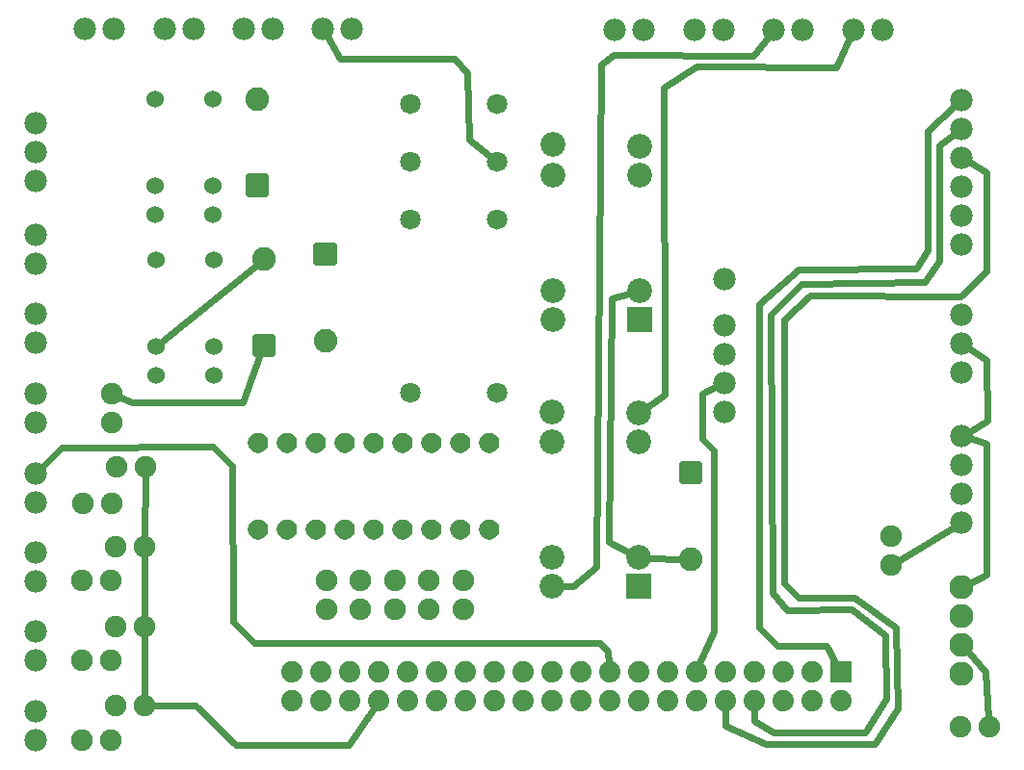
<source format=gbl>
G04 MADE WITH FRITZING*
G04 WWW.FRITZING.ORG*
G04 DOUBLE SIDED*
G04 HOLES PLATED*
G04 CONTOUR ON CENTER OF CONTOUR VECTOR*
%ASAXBY*%
%FSLAX23Y23*%
%MOIN*%
%OFA0B0*%
%SFA1.0B1.0*%
%ADD10C,0.074000*%
%ADD11C,0.078000*%
%ADD12C,0.070000*%
%ADD13C,0.060000*%
%ADD14C,0.075000*%
%ADD15C,0.085750*%
%ADD16C,0.082000*%
%ADD17C,0.083307*%
%ADD18C,0.071181*%
%ADD19R,0.074000X0.074000*%
%ADD20R,0.000172X0.000172*%
%ADD21R,0.085736X0.085736*%
%ADD22C,0.024000*%
%ADD23C,0.020000*%
%ADD24R,0.001000X0.001000*%
%LNCOPPER0*%
G90*
G70*
G54D10*
X2992Y486D03*
X2892Y486D03*
X2792Y486D03*
X2692Y486D03*
X2592Y486D03*
X2492Y486D03*
X2392Y486D03*
X2292Y486D03*
X2192Y486D03*
X2092Y486D03*
X1992Y486D03*
X1892Y486D03*
X1792Y486D03*
X1692Y486D03*
X1592Y486D03*
X1492Y486D03*
X1392Y486D03*
X1292Y486D03*
X1192Y486D03*
X1092Y486D03*
X2992Y386D03*
X2892Y386D03*
X2792Y386D03*
X2692Y386D03*
X2592Y386D03*
X2492Y386D03*
X2392Y386D03*
X2292Y386D03*
X2192Y386D03*
X2092Y386D03*
X1992Y386D03*
X1892Y386D03*
X1792Y386D03*
X1692Y386D03*
X1592Y386D03*
X1492Y386D03*
X1392Y386D03*
X1292Y386D03*
X1192Y386D03*
X1092Y386D03*
G54D11*
X2590Y1387D03*
X2590Y1487D03*
X2590Y1587D03*
X2590Y1687D03*
X3409Y1966D03*
X3409Y2066D03*
X3409Y2166D03*
X3409Y2266D03*
X3409Y2366D03*
X3409Y2466D03*
X2590Y1844D03*
G54D12*
X976Y978D03*
X1176Y1278D03*
X1076Y978D03*
X1276Y1278D03*
X1176Y978D03*
X1376Y1278D03*
X1276Y978D03*
X1476Y1278D03*
X1376Y978D03*
X1576Y1278D03*
X1476Y978D03*
X1676Y1278D03*
X1576Y978D03*
X1776Y978D03*
X1676Y978D03*
X1776Y1278D03*
X976Y1278D03*
X1076Y1278D03*
G54D11*
X3409Y1521D03*
X3409Y1621D03*
X3409Y1721D03*
G54D13*
X618Y2468D03*
X618Y2168D03*
X618Y2068D03*
X818Y2068D03*
X818Y2468D03*
X818Y2168D03*
X622Y1913D03*
X622Y1613D03*
X622Y1513D03*
X822Y1513D03*
X822Y1913D03*
X822Y1613D03*
G54D11*
X2585Y2710D03*
X2485Y2710D03*
X1300Y2711D03*
X1200Y2711D03*
X3136Y2710D03*
X3036Y2710D03*
X752Y2711D03*
X652Y2711D03*
X1025Y2711D03*
X925Y2711D03*
X475Y2711D03*
X375Y2711D03*
X2860Y2710D03*
X2760Y2710D03*
X2310Y2710D03*
X2210Y2710D03*
G54D14*
X468Y1450D03*
X468Y1350D03*
G54D11*
X207Y1998D03*
X207Y1898D03*
X207Y1448D03*
X207Y1348D03*
X207Y1724D03*
X207Y1624D03*
X207Y348D03*
X207Y248D03*
X207Y1172D03*
X207Y1072D03*
X207Y899D03*
X207Y799D03*
X207Y624D03*
X207Y524D03*
G54D14*
X366Y250D03*
X466Y250D03*
X484Y919D03*
X584Y919D03*
X484Y643D03*
X584Y643D03*
X370Y1068D03*
X470Y1068D03*
X487Y1194D03*
X587Y1194D03*
X484Y368D03*
X584Y368D03*
X366Y801D03*
X466Y801D03*
X366Y525D03*
X466Y525D03*
G54D15*
X1995Y1706D03*
X2295Y1806D03*
X1995Y1806D03*
X2295Y2206D03*
X1995Y2206D03*
X2295Y2306D03*
X1995Y2312D03*
X2295Y1706D03*
X1991Y781D03*
X2291Y881D03*
X1991Y881D03*
X2291Y1281D03*
X1991Y1281D03*
X2291Y1381D03*
X1991Y1387D03*
X2291Y781D03*
G54D11*
X206Y2387D03*
X206Y2287D03*
X206Y2187D03*
G54D14*
X1212Y702D03*
X1212Y802D03*
X1685Y702D03*
X1685Y802D03*
X1567Y702D03*
X1567Y802D03*
X1448Y702D03*
X1448Y802D03*
X1330Y702D03*
X1330Y802D03*
G54D16*
X1208Y1931D03*
X1208Y1633D03*
X2472Y1174D03*
X2472Y876D03*
X996Y1616D03*
X996Y1914D03*
X972Y2171D03*
X972Y2469D03*
G54D11*
X3409Y1002D03*
X3409Y1102D03*
X3409Y1202D03*
X3409Y1302D03*
G54D17*
X3409Y478D03*
X3409Y578D03*
X3409Y678D03*
X3409Y778D03*
G54D14*
X3405Y297D03*
X3505Y297D03*
X3165Y954D03*
X3165Y854D03*
G54D18*
X1504Y2253D03*
X1803Y2053D03*
X1803Y1453D03*
X1504Y1453D03*
X1502Y2053D03*
X1803Y2253D03*
X1504Y2453D03*
X1803Y2453D03*
G54D19*
X2992Y486D03*
G54D20*
X2296Y1808D03*
X1995Y1808D03*
X2293Y2206D03*
G54D21*
X2295Y1706D03*
G54D20*
X2292Y883D03*
X1991Y883D03*
X2290Y1281D03*
G54D21*
X2291Y781D03*
G54D22*
X2328Y880D02*
X2440Y877D01*
D02*
X2491Y2581D02*
X2379Y2509D01*
D02*
X2384Y1444D02*
X2322Y1402D01*
D02*
X2379Y2509D02*
X2384Y1444D01*
D02*
X2975Y2579D02*
X2491Y2581D01*
D02*
X3023Y2683D02*
X2975Y2579D01*
D02*
X2067Y782D02*
X2028Y781D01*
D02*
X2146Y849D02*
X2067Y782D01*
D02*
X2161Y2589D02*
X2146Y849D01*
D02*
X2742Y2687D02*
X2688Y2618D01*
D02*
X3251Y1883D02*
X2846Y1880D01*
D02*
X3292Y1945D02*
X3251Y1883D01*
D02*
X3292Y2359D02*
X3292Y1945D01*
D02*
X3387Y2446D02*
X3292Y2359D01*
D02*
X2944Y577D02*
X2977Y513D01*
D02*
X2772Y577D02*
X2944Y577D01*
D02*
X2710Y1759D02*
X2709Y638D01*
D02*
X2709Y638D02*
X2772Y577D01*
D02*
X584Y947D02*
X587Y1166D01*
D02*
X584Y672D02*
X584Y890D01*
D02*
X584Y396D02*
X584Y615D01*
D02*
X760Y368D02*
X613Y368D01*
D02*
X898Y231D02*
X760Y368D01*
D02*
X1290Y231D02*
X898Y231D01*
D02*
X1375Y360D02*
X1290Y231D01*
D02*
X2200Y1780D02*
X2259Y1796D01*
D02*
X2189Y934D02*
X2200Y1780D01*
D02*
X2258Y898D02*
X2189Y934D01*
D02*
X296Y1261D02*
X819Y1265D01*
D02*
X228Y1194D02*
X296Y1261D01*
D02*
X819Y1265D02*
X886Y1198D01*
D02*
X886Y1198D02*
X889Y659D01*
D02*
X2158Y584D02*
X2187Y556D01*
D02*
X2187Y556D02*
X2190Y517D01*
D02*
X961Y584D02*
X2158Y584D01*
D02*
X889Y659D02*
X961Y584D01*
D02*
X2551Y624D02*
X2551Y1253D01*
D02*
X2504Y514D02*
X2551Y624D01*
D02*
X2511Y1293D02*
X2511Y1450D01*
D02*
X2511Y1450D02*
X2563Y1474D01*
D02*
X2551Y1253D02*
X2511Y1293D01*
D02*
X971Y1894D02*
X646Y1633D01*
D02*
X2846Y1880D02*
X2710Y1759D01*
D02*
X2205Y2623D02*
X2161Y2589D01*
D02*
X2688Y2618D02*
X2205Y2623D01*
D02*
X2885Y1789D02*
X2796Y1707D01*
D02*
X2796Y1707D02*
X2796Y793D01*
D02*
X3406Y1785D02*
X2885Y1789D01*
D02*
X2796Y793D02*
X2845Y742D01*
D02*
X2845Y742D02*
X3040Y742D01*
D02*
X3496Y2215D02*
X3496Y1872D01*
D02*
X3435Y2251D02*
X3496Y2215D01*
D02*
X3496Y1872D02*
X3406Y1785D01*
D02*
X3040Y742D02*
X3181Y638D01*
D02*
X3181Y638D02*
X3188Y359D01*
D02*
X3188Y359D02*
X3110Y234D01*
D02*
X3110Y234D02*
X2732Y234D01*
D02*
X2732Y234D02*
X2594Y300D01*
D02*
X2594Y300D02*
X2593Y355D01*
D02*
X3284Y1836D02*
X3331Y1910D01*
D02*
X3331Y1910D02*
X3331Y2309D01*
D02*
X3331Y2309D02*
X3385Y2348D01*
D02*
X2857Y1829D02*
X3284Y1836D01*
D02*
X2749Y1723D02*
X2857Y1829D01*
D02*
X2756Y758D02*
X2749Y1723D01*
D02*
X2807Y699D02*
X2756Y758D01*
D02*
X3028Y702D02*
X2807Y699D01*
D02*
X3146Y612D02*
X3028Y702D01*
D02*
X3150Y392D02*
X3146Y612D01*
D02*
X3077Y277D02*
X3150Y392D01*
D02*
X2760Y277D02*
X3077Y277D01*
D02*
X2692Y314D02*
X2760Y277D01*
D02*
X2692Y355D02*
X2692Y314D01*
D02*
X3439Y792D02*
X3497Y821D01*
D02*
X3497Y821D02*
X3497Y1277D01*
D02*
X3497Y1277D02*
X3438Y1294D01*
D02*
X1656Y2609D02*
X1700Y2560D01*
D02*
X1258Y2609D02*
X1656Y2609D01*
D02*
X1700Y2560D02*
X1705Y2328D01*
D02*
X1215Y2685D02*
X1258Y2609D01*
D02*
X1705Y2328D02*
X1774Y2276D01*
D02*
X3494Y485D02*
X3504Y325D01*
D02*
X3431Y554D02*
X3494Y485D01*
D02*
X3190Y869D02*
X3383Y986D01*
D02*
X3499Y1356D02*
X3497Y1567D01*
D02*
X3497Y1567D02*
X3435Y1605D01*
D02*
X3435Y1317D02*
X3499Y1356D01*
D02*
X922Y1418D02*
X984Y1586D01*
D02*
X494Y1438D02*
X539Y1418D01*
D02*
X539Y1418D02*
X922Y1418D01*
G54D23*
X1239Y1901D02*
X1177Y1901D01*
X1177Y1963D01*
X1239Y1963D01*
X1239Y1901D01*
D02*
X2503Y1144D02*
X2441Y1144D01*
X2441Y1206D01*
X2503Y1206D01*
X2503Y1144D01*
D02*
X965Y1646D02*
X1027Y1646D01*
X1027Y1584D01*
X965Y1584D01*
X965Y1646D01*
D02*
X941Y2201D02*
X1003Y2201D01*
X1003Y2139D01*
X941Y2139D01*
X941Y2201D01*
D02*
G54D24*
X972Y1313D02*
X978Y1313D01*
X1072Y1313D02*
X1078Y1313D01*
X1172Y1313D02*
X1178Y1313D01*
X1272Y1313D02*
X1278Y1313D01*
X1372Y1313D02*
X1378Y1313D01*
X1472Y1313D02*
X1478Y1313D01*
X1572Y1313D02*
X1578Y1313D01*
X1672Y1313D02*
X1678Y1313D01*
X1772Y1313D02*
X1778Y1313D01*
X968Y1312D02*
X983Y1312D01*
X1068Y1312D02*
X1083Y1312D01*
X1168Y1312D02*
X1183Y1312D01*
X1268Y1312D02*
X1283Y1312D01*
X1368Y1312D02*
X1383Y1312D01*
X1467Y1312D02*
X1483Y1312D01*
X1567Y1312D02*
X1583Y1312D01*
X1667Y1312D02*
X1683Y1312D01*
X1767Y1312D02*
X1783Y1312D01*
X965Y1311D02*
X986Y1311D01*
X1065Y1311D02*
X1086Y1311D01*
X1165Y1311D02*
X1186Y1311D01*
X1265Y1311D02*
X1286Y1311D01*
X1365Y1311D02*
X1386Y1311D01*
X1464Y1311D02*
X1486Y1311D01*
X1564Y1311D02*
X1586Y1311D01*
X1664Y1311D02*
X1686Y1311D01*
X1764Y1311D02*
X1786Y1311D01*
X962Y1310D02*
X988Y1310D01*
X1062Y1310D02*
X1088Y1310D01*
X1162Y1310D02*
X1188Y1310D01*
X1262Y1310D02*
X1288Y1310D01*
X1362Y1310D02*
X1388Y1310D01*
X1462Y1310D02*
X1488Y1310D01*
X1562Y1310D02*
X1588Y1310D01*
X1662Y1310D02*
X1688Y1310D01*
X1762Y1310D02*
X1788Y1310D01*
X960Y1309D02*
X990Y1309D01*
X1060Y1309D02*
X1090Y1309D01*
X1160Y1309D02*
X1190Y1309D01*
X1260Y1309D02*
X1290Y1309D01*
X1360Y1309D02*
X1390Y1309D01*
X1460Y1309D02*
X1490Y1309D01*
X1560Y1309D02*
X1590Y1309D01*
X1660Y1309D02*
X1690Y1309D01*
X1760Y1309D02*
X1790Y1309D01*
X959Y1308D02*
X992Y1308D01*
X1059Y1308D02*
X1092Y1308D01*
X1159Y1308D02*
X1192Y1308D01*
X1259Y1308D02*
X1292Y1308D01*
X1359Y1308D02*
X1392Y1308D01*
X1459Y1308D02*
X1492Y1308D01*
X1558Y1308D02*
X1592Y1308D01*
X1658Y1308D02*
X1692Y1308D01*
X1758Y1308D02*
X1792Y1308D01*
X957Y1307D02*
X994Y1307D01*
X1057Y1307D02*
X1094Y1307D01*
X1157Y1307D02*
X1194Y1307D01*
X1257Y1307D02*
X1294Y1307D01*
X1357Y1307D02*
X1393Y1307D01*
X1457Y1307D02*
X1493Y1307D01*
X1557Y1307D02*
X1593Y1307D01*
X1657Y1307D02*
X1693Y1307D01*
X1757Y1307D02*
X1793Y1307D01*
X956Y1306D02*
X995Y1306D01*
X1056Y1306D02*
X1095Y1306D01*
X1156Y1306D02*
X1195Y1306D01*
X1256Y1306D02*
X1295Y1306D01*
X1356Y1306D02*
X1395Y1306D01*
X1456Y1306D02*
X1495Y1306D01*
X1556Y1306D02*
X1595Y1306D01*
X1656Y1306D02*
X1695Y1306D01*
X1756Y1306D02*
X1795Y1306D01*
X954Y1305D02*
X996Y1305D01*
X1054Y1305D02*
X1096Y1305D01*
X1154Y1305D02*
X1196Y1305D01*
X1254Y1305D02*
X1296Y1305D01*
X1354Y1305D02*
X1396Y1305D01*
X1454Y1305D02*
X1496Y1305D01*
X1554Y1305D02*
X1596Y1305D01*
X1654Y1305D02*
X1696Y1305D01*
X1754Y1305D02*
X1796Y1305D01*
X953Y1304D02*
X997Y1304D01*
X1053Y1304D02*
X1097Y1304D01*
X1153Y1304D02*
X1197Y1304D01*
X1253Y1304D02*
X1297Y1304D01*
X1353Y1304D02*
X1397Y1304D01*
X1453Y1304D02*
X1497Y1304D01*
X1553Y1304D02*
X1597Y1304D01*
X1653Y1304D02*
X1697Y1304D01*
X1753Y1304D02*
X1797Y1304D01*
X952Y1303D02*
X998Y1303D01*
X1052Y1303D02*
X1098Y1303D01*
X1152Y1303D02*
X1198Y1303D01*
X1252Y1303D02*
X1298Y1303D01*
X1352Y1303D02*
X1398Y1303D01*
X1452Y1303D02*
X1498Y1303D01*
X1552Y1303D02*
X1598Y1303D01*
X1652Y1303D02*
X1698Y1303D01*
X1752Y1303D02*
X1798Y1303D01*
X951Y1302D02*
X999Y1302D01*
X1051Y1302D02*
X1099Y1302D01*
X1151Y1302D02*
X1199Y1302D01*
X1251Y1302D02*
X1299Y1302D01*
X1351Y1302D02*
X1399Y1302D01*
X1451Y1302D02*
X1499Y1302D01*
X1551Y1302D02*
X1599Y1302D01*
X1651Y1302D02*
X1699Y1302D01*
X1751Y1302D02*
X1799Y1302D01*
X950Y1301D02*
X1000Y1301D01*
X1050Y1301D02*
X1100Y1301D01*
X1150Y1301D02*
X1200Y1301D01*
X1250Y1301D02*
X1300Y1301D01*
X1350Y1301D02*
X1400Y1301D01*
X1450Y1301D02*
X1500Y1301D01*
X1550Y1301D02*
X1600Y1301D01*
X1650Y1301D02*
X1700Y1301D01*
X1750Y1301D02*
X1800Y1301D01*
X949Y1300D02*
X1001Y1300D01*
X1049Y1300D02*
X1101Y1300D01*
X1149Y1300D02*
X1201Y1300D01*
X1249Y1300D02*
X1301Y1300D01*
X1349Y1300D02*
X1401Y1300D01*
X1449Y1300D02*
X1501Y1300D01*
X1549Y1300D02*
X1601Y1300D01*
X1649Y1300D02*
X1701Y1300D01*
X1749Y1300D02*
X1801Y1300D01*
X949Y1299D02*
X1002Y1299D01*
X1049Y1299D02*
X1102Y1299D01*
X1149Y1299D02*
X1202Y1299D01*
X1248Y1299D02*
X1302Y1299D01*
X1348Y1299D02*
X1402Y1299D01*
X1448Y1299D02*
X1502Y1299D01*
X1548Y1299D02*
X1602Y1299D01*
X1648Y1299D02*
X1702Y1299D01*
X1748Y1299D02*
X1802Y1299D01*
X948Y1298D02*
X1003Y1298D01*
X1048Y1298D02*
X1103Y1298D01*
X1148Y1298D02*
X1203Y1298D01*
X1248Y1298D02*
X1303Y1298D01*
X1348Y1298D02*
X1403Y1298D01*
X1448Y1298D02*
X1503Y1298D01*
X1548Y1298D02*
X1603Y1298D01*
X1648Y1298D02*
X1703Y1298D01*
X1748Y1298D02*
X1803Y1298D01*
X947Y1297D02*
X1004Y1297D01*
X1047Y1297D02*
X1104Y1297D01*
X1147Y1297D02*
X1204Y1297D01*
X1247Y1297D02*
X1304Y1297D01*
X1347Y1297D02*
X1403Y1297D01*
X1447Y1297D02*
X1503Y1297D01*
X1547Y1297D02*
X1603Y1297D01*
X1647Y1297D02*
X1703Y1297D01*
X1747Y1297D02*
X1803Y1297D01*
X946Y1296D02*
X1004Y1296D01*
X1046Y1296D02*
X1104Y1296D01*
X1146Y1296D02*
X1204Y1296D01*
X1246Y1296D02*
X1304Y1296D01*
X1346Y1296D02*
X1404Y1296D01*
X1446Y1296D02*
X1504Y1296D01*
X1546Y1296D02*
X1604Y1296D01*
X1646Y1296D02*
X1704Y1296D01*
X1746Y1296D02*
X1804Y1296D01*
X946Y1295D02*
X1005Y1295D01*
X1046Y1295D02*
X1105Y1295D01*
X1146Y1295D02*
X1205Y1295D01*
X1246Y1295D02*
X1305Y1295D01*
X1346Y1295D02*
X1405Y1295D01*
X1446Y1295D02*
X1505Y1295D01*
X1546Y1295D02*
X1605Y1295D01*
X1646Y1295D02*
X1705Y1295D01*
X1746Y1295D02*
X1805Y1295D01*
X945Y1294D02*
X1005Y1294D01*
X1045Y1294D02*
X1105Y1294D01*
X1145Y1294D02*
X1205Y1294D01*
X1245Y1294D02*
X1305Y1294D01*
X1345Y1294D02*
X1405Y1294D01*
X1445Y1294D02*
X1505Y1294D01*
X1545Y1294D02*
X1605Y1294D01*
X1645Y1294D02*
X1705Y1294D01*
X1745Y1294D02*
X1805Y1294D01*
X945Y1293D02*
X972Y1293D01*
X979Y1293D02*
X1006Y1293D01*
X1045Y1293D02*
X1072Y1293D01*
X1079Y1293D02*
X1106Y1293D01*
X1145Y1293D02*
X1172Y1293D01*
X1179Y1293D02*
X1206Y1293D01*
X1245Y1293D02*
X1272Y1293D01*
X1279Y1293D02*
X1306Y1293D01*
X1345Y1293D02*
X1372Y1293D01*
X1379Y1293D02*
X1406Y1293D01*
X1445Y1293D02*
X1472Y1293D01*
X1479Y1293D02*
X1506Y1293D01*
X1545Y1293D02*
X1572Y1293D01*
X1579Y1293D02*
X1606Y1293D01*
X1645Y1293D02*
X1672Y1293D01*
X1679Y1293D02*
X1706Y1293D01*
X1744Y1293D02*
X1772Y1293D01*
X1779Y1293D02*
X1806Y1293D01*
X944Y1292D02*
X968Y1292D01*
X983Y1292D02*
X1006Y1292D01*
X1044Y1292D02*
X1068Y1292D01*
X1083Y1292D02*
X1106Y1292D01*
X1144Y1292D02*
X1168Y1292D01*
X1183Y1292D02*
X1206Y1292D01*
X1244Y1292D02*
X1268Y1292D01*
X1283Y1292D02*
X1306Y1292D01*
X1344Y1292D02*
X1368Y1292D01*
X1383Y1292D02*
X1406Y1292D01*
X1444Y1292D02*
X1468Y1292D01*
X1483Y1292D02*
X1506Y1292D01*
X1544Y1292D02*
X1568Y1292D01*
X1583Y1292D02*
X1606Y1292D01*
X1644Y1292D02*
X1668Y1292D01*
X1683Y1292D02*
X1706Y1292D01*
X1744Y1292D02*
X1768Y1292D01*
X1783Y1292D02*
X1806Y1292D01*
X944Y1291D02*
X966Y1291D01*
X985Y1291D02*
X1007Y1291D01*
X1044Y1291D02*
X1066Y1291D01*
X1085Y1291D02*
X1107Y1291D01*
X1144Y1291D02*
X1166Y1291D01*
X1185Y1291D02*
X1207Y1291D01*
X1244Y1291D02*
X1266Y1291D01*
X1285Y1291D02*
X1307Y1291D01*
X1344Y1291D02*
X1366Y1291D01*
X1385Y1291D02*
X1407Y1291D01*
X1444Y1291D02*
X1466Y1291D01*
X1485Y1291D02*
X1507Y1291D01*
X1544Y1291D02*
X1566Y1291D01*
X1585Y1291D02*
X1607Y1291D01*
X1644Y1291D02*
X1666Y1291D01*
X1685Y1291D02*
X1707Y1291D01*
X1743Y1291D02*
X1766Y1291D01*
X1785Y1291D02*
X1807Y1291D01*
X943Y1290D02*
X965Y1290D01*
X986Y1290D02*
X1007Y1290D01*
X1043Y1290D02*
X1065Y1290D01*
X1086Y1290D02*
X1107Y1290D01*
X1143Y1290D02*
X1164Y1290D01*
X1186Y1290D02*
X1207Y1290D01*
X1243Y1290D02*
X1264Y1290D01*
X1286Y1290D02*
X1307Y1290D01*
X1343Y1290D02*
X1364Y1290D01*
X1386Y1290D02*
X1407Y1290D01*
X1443Y1290D02*
X1464Y1290D01*
X1486Y1290D02*
X1507Y1290D01*
X1543Y1290D02*
X1564Y1290D01*
X1586Y1290D02*
X1607Y1290D01*
X1643Y1290D02*
X1664Y1290D01*
X1686Y1290D02*
X1707Y1290D01*
X1743Y1290D02*
X1764Y1290D01*
X1786Y1290D02*
X1807Y1290D01*
X943Y1289D02*
X963Y1289D01*
X987Y1289D02*
X1008Y1289D01*
X1043Y1289D02*
X1063Y1289D01*
X1087Y1289D02*
X1108Y1289D01*
X1143Y1289D02*
X1163Y1289D01*
X1187Y1289D02*
X1208Y1289D01*
X1243Y1289D02*
X1263Y1289D01*
X1287Y1289D02*
X1308Y1289D01*
X1343Y1289D02*
X1363Y1289D01*
X1387Y1289D02*
X1408Y1289D01*
X1443Y1289D02*
X1463Y1289D01*
X1487Y1289D02*
X1508Y1289D01*
X1543Y1289D02*
X1563Y1289D01*
X1587Y1289D02*
X1608Y1289D01*
X1643Y1289D02*
X1663Y1289D01*
X1687Y1289D02*
X1708Y1289D01*
X1743Y1289D02*
X1763Y1289D01*
X1787Y1289D02*
X1808Y1289D01*
X942Y1288D02*
X963Y1288D01*
X988Y1288D02*
X1008Y1288D01*
X1042Y1288D02*
X1063Y1288D01*
X1088Y1288D02*
X1108Y1288D01*
X1142Y1288D02*
X1163Y1288D01*
X1188Y1288D02*
X1208Y1288D01*
X1242Y1288D02*
X1263Y1288D01*
X1288Y1288D02*
X1308Y1288D01*
X1342Y1288D02*
X1363Y1288D01*
X1388Y1288D02*
X1408Y1288D01*
X1442Y1288D02*
X1463Y1288D01*
X1488Y1288D02*
X1508Y1288D01*
X1542Y1288D02*
X1563Y1288D01*
X1588Y1288D02*
X1608Y1288D01*
X1642Y1288D02*
X1662Y1288D01*
X1688Y1288D02*
X1708Y1288D01*
X1742Y1288D02*
X1762Y1288D01*
X1788Y1288D02*
X1808Y1288D01*
X942Y1287D02*
X962Y1287D01*
X989Y1287D02*
X1008Y1287D01*
X1042Y1287D02*
X1062Y1287D01*
X1089Y1287D02*
X1108Y1287D01*
X1142Y1287D02*
X1162Y1287D01*
X1189Y1287D02*
X1208Y1287D01*
X1242Y1287D02*
X1262Y1287D01*
X1289Y1287D02*
X1308Y1287D01*
X1342Y1287D02*
X1362Y1287D01*
X1389Y1287D02*
X1408Y1287D01*
X1442Y1287D02*
X1462Y1287D01*
X1489Y1287D02*
X1508Y1287D01*
X1542Y1287D02*
X1562Y1287D01*
X1589Y1287D02*
X1608Y1287D01*
X1642Y1287D02*
X1662Y1287D01*
X1689Y1287D02*
X1708Y1287D01*
X1742Y1287D02*
X1762Y1287D01*
X1789Y1287D02*
X1808Y1287D01*
X942Y1286D02*
X961Y1286D01*
X989Y1286D02*
X1009Y1286D01*
X1042Y1286D02*
X1061Y1286D01*
X1089Y1286D02*
X1109Y1286D01*
X1142Y1286D02*
X1161Y1286D01*
X1189Y1286D02*
X1209Y1286D01*
X1242Y1286D02*
X1261Y1286D01*
X1289Y1286D02*
X1309Y1286D01*
X1342Y1286D02*
X1361Y1286D01*
X1389Y1286D02*
X1409Y1286D01*
X1442Y1286D02*
X1461Y1286D01*
X1489Y1286D02*
X1509Y1286D01*
X1542Y1286D02*
X1561Y1286D01*
X1589Y1286D02*
X1609Y1286D01*
X1642Y1286D02*
X1661Y1286D01*
X1689Y1286D02*
X1709Y1286D01*
X1742Y1286D02*
X1761Y1286D01*
X1789Y1286D02*
X1809Y1286D01*
X942Y1285D02*
X961Y1285D01*
X990Y1285D02*
X1009Y1285D01*
X1042Y1285D02*
X1061Y1285D01*
X1090Y1285D02*
X1109Y1285D01*
X1142Y1285D02*
X1161Y1285D01*
X1190Y1285D02*
X1209Y1285D01*
X1242Y1285D02*
X1261Y1285D01*
X1290Y1285D02*
X1309Y1285D01*
X1342Y1285D02*
X1361Y1285D01*
X1390Y1285D02*
X1409Y1285D01*
X1442Y1285D02*
X1461Y1285D01*
X1490Y1285D02*
X1509Y1285D01*
X1541Y1285D02*
X1561Y1285D01*
X1590Y1285D02*
X1609Y1285D01*
X1641Y1285D02*
X1661Y1285D01*
X1689Y1285D02*
X1709Y1285D01*
X1741Y1285D02*
X1761Y1285D01*
X1789Y1285D02*
X1809Y1285D01*
X941Y1284D02*
X961Y1284D01*
X990Y1284D02*
X1009Y1284D01*
X1041Y1284D02*
X1061Y1284D01*
X1090Y1284D02*
X1109Y1284D01*
X1141Y1284D02*
X1161Y1284D01*
X1190Y1284D02*
X1209Y1284D01*
X1241Y1284D02*
X1261Y1284D01*
X1290Y1284D02*
X1309Y1284D01*
X1341Y1284D02*
X1361Y1284D01*
X1390Y1284D02*
X1409Y1284D01*
X1441Y1284D02*
X1461Y1284D01*
X1490Y1284D02*
X1509Y1284D01*
X1541Y1284D02*
X1561Y1284D01*
X1590Y1284D02*
X1609Y1284D01*
X1641Y1284D02*
X1660Y1284D01*
X1690Y1284D02*
X1709Y1284D01*
X1741Y1284D02*
X1760Y1284D01*
X1790Y1284D02*
X1809Y1284D01*
X941Y1283D02*
X960Y1283D01*
X990Y1283D02*
X1009Y1283D01*
X1041Y1283D02*
X1060Y1283D01*
X1090Y1283D02*
X1109Y1283D01*
X1141Y1283D02*
X1160Y1283D01*
X1190Y1283D02*
X1209Y1283D01*
X1241Y1283D02*
X1260Y1283D01*
X1290Y1283D02*
X1309Y1283D01*
X1341Y1283D02*
X1360Y1283D01*
X1390Y1283D02*
X1409Y1283D01*
X1441Y1283D02*
X1460Y1283D01*
X1490Y1283D02*
X1509Y1283D01*
X1541Y1283D02*
X1560Y1283D01*
X1590Y1283D02*
X1609Y1283D01*
X1641Y1283D02*
X1660Y1283D01*
X1690Y1283D02*
X1709Y1283D01*
X1741Y1283D02*
X1760Y1283D01*
X1790Y1283D02*
X1809Y1283D01*
X941Y1282D02*
X960Y1282D01*
X990Y1282D02*
X1010Y1282D01*
X1041Y1282D02*
X1060Y1282D01*
X1090Y1282D02*
X1110Y1282D01*
X1141Y1282D02*
X1160Y1282D01*
X1190Y1282D02*
X1209Y1282D01*
X1241Y1282D02*
X1260Y1282D01*
X1290Y1282D02*
X1309Y1282D01*
X1341Y1282D02*
X1360Y1282D01*
X1390Y1282D02*
X1409Y1282D01*
X1441Y1282D02*
X1460Y1282D01*
X1490Y1282D02*
X1509Y1282D01*
X1541Y1282D02*
X1560Y1282D01*
X1590Y1282D02*
X1609Y1282D01*
X1641Y1282D02*
X1660Y1282D01*
X1690Y1282D02*
X1709Y1282D01*
X1741Y1282D02*
X1760Y1282D01*
X1790Y1282D02*
X1809Y1282D01*
X941Y1281D02*
X960Y1281D01*
X991Y1281D02*
X1010Y1281D01*
X1041Y1281D02*
X1060Y1281D01*
X1091Y1281D02*
X1110Y1281D01*
X1141Y1281D02*
X1160Y1281D01*
X1191Y1281D02*
X1210Y1281D01*
X1241Y1281D02*
X1260Y1281D01*
X1291Y1281D02*
X1310Y1281D01*
X1341Y1281D02*
X1360Y1281D01*
X1391Y1281D02*
X1410Y1281D01*
X1441Y1281D02*
X1460Y1281D01*
X1490Y1281D02*
X1510Y1281D01*
X1541Y1281D02*
X1560Y1281D01*
X1590Y1281D02*
X1610Y1281D01*
X1641Y1281D02*
X1660Y1281D01*
X1690Y1281D02*
X1709Y1281D01*
X1741Y1281D02*
X1760Y1281D01*
X1790Y1281D02*
X1809Y1281D01*
X941Y1280D02*
X960Y1280D01*
X991Y1280D02*
X1010Y1280D01*
X1041Y1280D02*
X1060Y1280D01*
X1091Y1280D02*
X1110Y1280D01*
X1141Y1280D02*
X1160Y1280D01*
X1191Y1280D02*
X1210Y1280D01*
X1241Y1280D02*
X1260Y1280D01*
X1291Y1280D02*
X1310Y1280D01*
X1341Y1280D02*
X1360Y1280D01*
X1391Y1280D02*
X1410Y1280D01*
X1441Y1280D02*
X1460Y1280D01*
X1491Y1280D02*
X1510Y1280D01*
X1541Y1280D02*
X1560Y1280D01*
X1591Y1280D02*
X1610Y1280D01*
X1641Y1280D02*
X1660Y1280D01*
X1691Y1280D02*
X1710Y1280D01*
X1741Y1280D02*
X1760Y1280D01*
X1790Y1280D02*
X1810Y1280D01*
X941Y1279D02*
X960Y1279D01*
X991Y1279D02*
X1010Y1279D01*
X1041Y1279D02*
X1060Y1279D01*
X1091Y1279D02*
X1110Y1279D01*
X1141Y1279D02*
X1160Y1279D01*
X1191Y1279D02*
X1210Y1279D01*
X1241Y1279D02*
X1260Y1279D01*
X1291Y1279D02*
X1310Y1279D01*
X1341Y1279D02*
X1360Y1279D01*
X1391Y1279D02*
X1410Y1279D01*
X1441Y1279D02*
X1460Y1279D01*
X1491Y1279D02*
X1510Y1279D01*
X1541Y1279D02*
X1560Y1279D01*
X1591Y1279D02*
X1610Y1279D01*
X1641Y1279D02*
X1660Y1279D01*
X1691Y1279D02*
X1710Y1279D01*
X1741Y1279D02*
X1760Y1279D01*
X1791Y1279D02*
X1810Y1279D01*
X941Y1278D02*
X960Y1278D01*
X991Y1278D02*
X1010Y1278D01*
X1041Y1278D02*
X1060Y1278D01*
X1091Y1278D02*
X1110Y1278D01*
X1141Y1278D02*
X1160Y1278D01*
X1191Y1278D02*
X1210Y1278D01*
X1241Y1278D02*
X1260Y1278D01*
X1291Y1278D02*
X1310Y1278D01*
X1341Y1278D02*
X1360Y1278D01*
X1391Y1278D02*
X1410Y1278D01*
X1441Y1278D02*
X1460Y1278D01*
X1491Y1278D02*
X1510Y1278D01*
X1541Y1278D02*
X1560Y1278D01*
X1591Y1278D02*
X1610Y1278D01*
X1641Y1278D02*
X1660Y1278D01*
X1691Y1278D02*
X1710Y1278D01*
X1741Y1278D02*
X1760Y1278D01*
X1791Y1278D02*
X1810Y1278D01*
X941Y1277D02*
X960Y1277D01*
X991Y1277D02*
X1010Y1277D01*
X1041Y1277D02*
X1060Y1277D01*
X1091Y1277D02*
X1110Y1277D01*
X1141Y1277D02*
X1160Y1277D01*
X1191Y1277D02*
X1210Y1277D01*
X1241Y1277D02*
X1260Y1277D01*
X1291Y1277D02*
X1310Y1277D01*
X1341Y1277D02*
X1360Y1277D01*
X1391Y1277D02*
X1410Y1277D01*
X1441Y1277D02*
X1460Y1277D01*
X1491Y1277D02*
X1510Y1277D01*
X1541Y1277D02*
X1560Y1277D01*
X1591Y1277D02*
X1610Y1277D01*
X1641Y1277D02*
X1660Y1277D01*
X1691Y1277D02*
X1710Y1277D01*
X1741Y1277D02*
X1760Y1277D01*
X1791Y1277D02*
X1810Y1277D01*
X941Y1276D02*
X960Y1276D01*
X991Y1276D02*
X1010Y1276D01*
X1041Y1276D02*
X1060Y1276D01*
X1091Y1276D02*
X1110Y1276D01*
X1141Y1276D02*
X1160Y1276D01*
X1191Y1276D02*
X1210Y1276D01*
X1241Y1276D02*
X1260Y1276D01*
X1291Y1276D02*
X1310Y1276D01*
X1341Y1276D02*
X1360Y1276D01*
X1391Y1276D02*
X1410Y1276D01*
X1441Y1276D02*
X1460Y1276D01*
X1491Y1276D02*
X1510Y1276D01*
X1541Y1276D02*
X1560Y1276D01*
X1591Y1276D02*
X1610Y1276D01*
X1641Y1276D02*
X1660Y1276D01*
X1690Y1276D02*
X1710Y1276D01*
X1741Y1276D02*
X1760Y1276D01*
X1790Y1276D02*
X1810Y1276D01*
X941Y1275D02*
X960Y1275D01*
X991Y1275D02*
X1010Y1275D01*
X1041Y1275D02*
X1060Y1275D01*
X1091Y1275D02*
X1110Y1275D01*
X1141Y1275D02*
X1160Y1275D01*
X1191Y1275D02*
X1210Y1275D01*
X1241Y1275D02*
X1260Y1275D01*
X1291Y1275D02*
X1310Y1275D01*
X1341Y1275D02*
X1360Y1275D01*
X1390Y1275D02*
X1410Y1275D01*
X1441Y1275D02*
X1460Y1275D01*
X1490Y1275D02*
X1510Y1275D01*
X1541Y1275D02*
X1560Y1275D01*
X1590Y1275D02*
X1609Y1275D01*
X1641Y1275D02*
X1660Y1275D01*
X1690Y1275D02*
X1709Y1275D01*
X1741Y1275D02*
X1760Y1275D01*
X1790Y1275D02*
X1809Y1275D01*
X941Y1274D02*
X960Y1274D01*
X990Y1274D02*
X1009Y1274D01*
X1041Y1274D02*
X1060Y1274D01*
X1090Y1274D02*
X1109Y1274D01*
X1141Y1274D02*
X1160Y1274D01*
X1190Y1274D02*
X1209Y1274D01*
X1241Y1274D02*
X1260Y1274D01*
X1290Y1274D02*
X1309Y1274D01*
X1341Y1274D02*
X1360Y1274D01*
X1390Y1274D02*
X1409Y1274D01*
X1441Y1274D02*
X1460Y1274D01*
X1490Y1274D02*
X1509Y1274D01*
X1541Y1274D02*
X1560Y1274D01*
X1590Y1274D02*
X1609Y1274D01*
X1641Y1274D02*
X1660Y1274D01*
X1690Y1274D02*
X1709Y1274D01*
X1741Y1274D02*
X1760Y1274D01*
X1790Y1274D02*
X1809Y1274D01*
X941Y1273D02*
X961Y1273D01*
X990Y1273D02*
X1009Y1273D01*
X1041Y1273D02*
X1060Y1273D01*
X1090Y1273D02*
X1109Y1273D01*
X1141Y1273D02*
X1160Y1273D01*
X1190Y1273D02*
X1209Y1273D01*
X1241Y1273D02*
X1260Y1273D01*
X1290Y1273D02*
X1309Y1273D01*
X1341Y1273D02*
X1360Y1273D01*
X1390Y1273D02*
X1409Y1273D01*
X1441Y1273D02*
X1460Y1273D01*
X1490Y1273D02*
X1509Y1273D01*
X1541Y1273D02*
X1560Y1273D01*
X1590Y1273D02*
X1609Y1273D01*
X1641Y1273D02*
X1660Y1273D01*
X1690Y1273D02*
X1709Y1273D01*
X1741Y1273D02*
X1760Y1273D01*
X1790Y1273D02*
X1809Y1273D01*
X942Y1272D02*
X961Y1272D01*
X990Y1272D02*
X1009Y1272D01*
X1041Y1272D02*
X1061Y1272D01*
X1090Y1272D02*
X1109Y1272D01*
X1141Y1272D02*
X1161Y1272D01*
X1190Y1272D02*
X1209Y1272D01*
X1241Y1272D02*
X1261Y1272D01*
X1290Y1272D02*
X1309Y1272D01*
X1341Y1272D02*
X1361Y1272D01*
X1390Y1272D02*
X1409Y1272D01*
X1441Y1272D02*
X1461Y1272D01*
X1490Y1272D02*
X1509Y1272D01*
X1541Y1272D02*
X1561Y1272D01*
X1590Y1272D02*
X1609Y1272D01*
X1641Y1272D02*
X1661Y1272D01*
X1690Y1272D02*
X1709Y1272D01*
X1741Y1272D02*
X1761Y1272D01*
X1790Y1272D02*
X1809Y1272D01*
X942Y1271D02*
X961Y1271D01*
X989Y1271D02*
X1009Y1271D01*
X1042Y1271D02*
X1061Y1271D01*
X1089Y1271D02*
X1109Y1271D01*
X1142Y1271D02*
X1161Y1271D01*
X1189Y1271D02*
X1209Y1271D01*
X1242Y1271D02*
X1261Y1271D01*
X1289Y1271D02*
X1309Y1271D01*
X1342Y1271D02*
X1361Y1271D01*
X1389Y1271D02*
X1409Y1271D01*
X1442Y1271D02*
X1461Y1271D01*
X1489Y1271D02*
X1509Y1271D01*
X1542Y1271D02*
X1561Y1271D01*
X1589Y1271D02*
X1609Y1271D01*
X1642Y1271D02*
X1661Y1271D01*
X1689Y1271D02*
X1709Y1271D01*
X1742Y1271D02*
X1761Y1271D01*
X1789Y1271D02*
X1809Y1271D01*
X942Y1270D02*
X962Y1270D01*
X989Y1270D02*
X1009Y1270D01*
X1042Y1270D02*
X1062Y1270D01*
X1089Y1270D02*
X1109Y1270D01*
X1142Y1270D02*
X1162Y1270D01*
X1189Y1270D02*
X1209Y1270D01*
X1242Y1270D02*
X1262Y1270D01*
X1289Y1270D02*
X1309Y1270D01*
X1342Y1270D02*
X1362Y1270D01*
X1389Y1270D02*
X1409Y1270D01*
X1442Y1270D02*
X1462Y1270D01*
X1489Y1270D02*
X1508Y1270D01*
X1542Y1270D02*
X1562Y1270D01*
X1589Y1270D02*
X1608Y1270D01*
X1642Y1270D02*
X1661Y1270D01*
X1689Y1270D02*
X1708Y1270D01*
X1742Y1270D02*
X1761Y1270D01*
X1789Y1270D02*
X1808Y1270D01*
X942Y1269D02*
X962Y1269D01*
X988Y1269D02*
X1008Y1269D01*
X1042Y1269D02*
X1062Y1269D01*
X1088Y1269D02*
X1108Y1269D01*
X1142Y1269D02*
X1162Y1269D01*
X1188Y1269D02*
X1208Y1269D01*
X1242Y1269D02*
X1262Y1269D01*
X1288Y1269D02*
X1308Y1269D01*
X1342Y1269D02*
X1362Y1269D01*
X1388Y1269D02*
X1408Y1269D01*
X1442Y1269D02*
X1462Y1269D01*
X1488Y1269D02*
X1508Y1269D01*
X1542Y1269D02*
X1562Y1269D01*
X1588Y1269D02*
X1608Y1269D01*
X1642Y1269D02*
X1662Y1269D01*
X1688Y1269D02*
X1708Y1269D01*
X1742Y1269D02*
X1762Y1269D01*
X1788Y1269D02*
X1808Y1269D01*
X943Y1268D02*
X963Y1268D01*
X988Y1268D02*
X1008Y1268D01*
X1043Y1268D02*
X1063Y1268D01*
X1088Y1268D02*
X1108Y1268D01*
X1143Y1268D02*
X1163Y1268D01*
X1188Y1268D02*
X1208Y1268D01*
X1243Y1268D02*
X1263Y1268D01*
X1288Y1268D02*
X1308Y1268D01*
X1343Y1268D02*
X1363Y1268D01*
X1388Y1268D02*
X1408Y1268D01*
X1443Y1268D02*
X1463Y1268D01*
X1488Y1268D02*
X1508Y1268D01*
X1542Y1268D02*
X1563Y1268D01*
X1588Y1268D02*
X1608Y1268D01*
X1642Y1268D02*
X1663Y1268D01*
X1687Y1268D02*
X1708Y1268D01*
X1742Y1268D02*
X1763Y1268D01*
X1787Y1268D02*
X1808Y1268D01*
X943Y1267D02*
X964Y1267D01*
X987Y1267D02*
X1008Y1267D01*
X1043Y1267D02*
X1064Y1267D01*
X1087Y1267D02*
X1108Y1267D01*
X1143Y1267D02*
X1164Y1267D01*
X1187Y1267D02*
X1208Y1267D01*
X1243Y1267D02*
X1264Y1267D01*
X1287Y1267D02*
X1308Y1267D01*
X1343Y1267D02*
X1364Y1267D01*
X1387Y1267D02*
X1408Y1267D01*
X1443Y1267D02*
X1464Y1267D01*
X1487Y1267D02*
X1507Y1267D01*
X1543Y1267D02*
X1564Y1267D01*
X1587Y1267D02*
X1607Y1267D01*
X1643Y1267D02*
X1664Y1267D01*
X1687Y1267D02*
X1707Y1267D01*
X1743Y1267D02*
X1764Y1267D01*
X1787Y1267D02*
X1807Y1267D01*
X943Y1266D02*
X965Y1266D01*
X986Y1266D02*
X1007Y1266D01*
X1043Y1266D02*
X1065Y1266D01*
X1086Y1266D02*
X1107Y1266D01*
X1143Y1266D02*
X1165Y1266D01*
X1186Y1266D02*
X1207Y1266D01*
X1243Y1266D02*
X1265Y1266D01*
X1285Y1266D02*
X1307Y1266D01*
X1343Y1266D02*
X1365Y1266D01*
X1385Y1266D02*
X1407Y1266D01*
X1443Y1266D02*
X1465Y1266D01*
X1485Y1266D02*
X1507Y1266D01*
X1543Y1266D02*
X1565Y1266D01*
X1585Y1266D02*
X1607Y1266D01*
X1643Y1266D02*
X1665Y1266D01*
X1685Y1266D02*
X1707Y1266D01*
X1743Y1266D02*
X1765Y1266D01*
X1785Y1266D02*
X1807Y1266D01*
X944Y1265D02*
X967Y1265D01*
X984Y1265D02*
X1007Y1265D01*
X1044Y1265D02*
X1067Y1265D01*
X1084Y1265D02*
X1107Y1265D01*
X1144Y1265D02*
X1167Y1265D01*
X1184Y1265D02*
X1207Y1265D01*
X1244Y1265D02*
X1267Y1265D01*
X1284Y1265D02*
X1307Y1265D01*
X1344Y1265D02*
X1367Y1265D01*
X1384Y1265D02*
X1407Y1265D01*
X1444Y1265D02*
X1467Y1265D01*
X1484Y1265D02*
X1507Y1265D01*
X1544Y1265D02*
X1567Y1265D01*
X1584Y1265D02*
X1607Y1265D01*
X1644Y1265D02*
X1667Y1265D01*
X1684Y1265D02*
X1707Y1265D01*
X1744Y1265D02*
X1767Y1265D01*
X1784Y1265D02*
X1807Y1265D01*
X944Y1264D02*
X969Y1264D01*
X981Y1264D02*
X1006Y1264D01*
X1044Y1264D02*
X1069Y1264D01*
X1081Y1264D02*
X1106Y1264D01*
X1144Y1264D02*
X1169Y1264D01*
X1181Y1264D02*
X1206Y1264D01*
X1244Y1264D02*
X1269Y1264D01*
X1281Y1264D02*
X1306Y1264D01*
X1344Y1264D02*
X1369Y1264D01*
X1381Y1264D02*
X1406Y1264D01*
X1444Y1264D02*
X1469Y1264D01*
X1481Y1264D02*
X1506Y1264D01*
X1544Y1264D02*
X1569Y1264D01*
X1581Y1264D02*
X1606Y1264D01*
X1644Y1264D02*
X1669Y1264D01*
X1681Y1264D02*
X1706Y1264D01*
X1744Y1264D02*
X1769Y1264D01*
X1781Y1264D02*
X1806Y1264D01*
X945Y1263D02*
X1006Y1263D01*
X1045Y1263D02*
X1106Y1263D01*
X1145Y1263D02*
X1206Y1263D01*
X1245Y1263D02*
X1306Y1263D01*
X1345Y1263D02*
X1406Y1263D01*
X1445Y1263D02*
X1506Y1263D01*
X1545Y1263D02*
X1606Y1263D01*
X1645Y1263D02*
X1706Y1263D01*
X1745Y1263D02*
X1806Y1263D01*
X945Y1262D02*
X1005Y1262D01*
X1045Y1262D02*
X1105Y1262D01*
X1145Y1262D02*
X1205Y1262D01*
X1245Y1262D02*
X1305Y1262D01*
X1345Y1262D02*
X1405Y1262D01*
X1445Y1262D02*
X1505Y1262D01*
X1545Y1262D02*
X1605Y1262D01*
X1645Y1262D02*
X1705Y1262D01*
X1745Y1262D02*
X1805Y1262D01*
X946Y1261D02*
X1005Y1261D01*
X1046Y1261D02*
X1105Y1261D01*
X1146Y1261D02*
X1205Y1261D01*
X1246Y1261D02*
X1305Y1261D01*
X1346Y1261D02*
X1404Y1261D01*
X1446Y1261D02*
X1504Y1261D01*
X1546Y1261D02*
X1604Y1261D01*
X1646Y1261D02*
X1704Y1261D01*
X1746Y1261D02*
X1804Y1261D01*
X947Y1260D02*
X1004Y1260D01*
X1047Y1260D02*
X1104Y1260D01*
X1147Y1260D02*
X1204Y1260D01*
X1247Y1260D02*
X1304Y1260D01*
X1347Y1260D02*
X1404Y1260D01*
X1447Y1260D02*
X1504Y1260D01*
X1547Y1260D02*
X1604Y1260D01*
X1647Y1260D02*
X1704Y1260D01*
X1747Y1260D02*
X1804Y1260D01*
X947Y1259D02*
X1003Y1259D01*
X1047Y1259D02*
X1103Y1259D01*
X1147Y1259D02*
X1203Y1259D01*
X1247Y1259D02*
X1303Y1259D01*
X1347Y1259D02*
X1403Y1259D01*
X1447Y1259D02*
X1503Y1259D01*
X1547Y1259D02*
X1603Y1259D01*
X1647Y1259D02*
X1703Y1259D01*
X1747Y1259D02*
X1803Y1259D01*
X948Y1258D02*
X1003Y1258D01*
X1048Y1258D02*
X1102Y1258D01*
X1148Y1258D02*
X1202Y1258D01*
X1248Y1258D02*
X1302Y1258D01*
X1348Y1258D02*
X1402Y1258D01*
X1448Y1258D02*
X1502Y1258D01*
X1548Y1258D02*
X1602Y1258D01*
X1648Y1258D02*
X1702Y1258D01*
X1748Y1258D02*
X1802Y1258D01*
X949Y1257D02*
X1002Y1257D01*
X1049Y1257D02*
X1102Y1257D01*
X1149Y1257D02*
X1202Y1257D01*
X1249Y1257D02*
X1302Y1257D01*
X1349Y1257D02*
X1402Y1257D01*
X1449Y1257D02*
X1502Y1257D01*
X1549Y1257D02*
X1602Y1257D01*
X1649Y1257D02*
X1702Y1257D01*
X1749Y1257D02*
X1802Y1257D01*
X950Y1256D02*
X1001Y1256D01*
X1050Y1256D02*
X1101Y1256D01*
X1150Y1256D02*
X1201Y1256D01*
X1250Y1256D02*
X1301Y1256D01*
X1350Y1256D02*
X1401Y1256D01*
X1450Y1256D02*
X1501Y1256D01*
X1550Y1256D02*
X1601Y1256D01*
X1650Y1256D02*
X1701Y1256D01*
X1750Y1256D02*
X1801Y1256D01*
X951Y1255D02*
X1000Y1255D01*
X1051Y1255D02*
X1100Y1255D01*
X1151Y1255D02*
X1200Y1255D01*
X1251Y1255D02*
X1300Y1255D01*
X1351Y1255D02*
X1400Y1255D01*
X1451Y1255D02*
X1500Y1255D01*
X1551Y1255D02*
X1600Y1255D01*
X1650Y1255D02*
X1700Y1255D01*
X1750Y1255D02*
X1800Y1255D01*
X952Y1254D02*
X999Y1254D01*
X1052Y1254D02*
X1099Y1254D01*
X1152Y1254D02*
X1199Y1254D01*
X1252Y1254D02*
X1299Y1254D01*
X1352Y1254D02*
X1399Y1254D01*
X1451Y1254D02*
X1499Y1254D01*
X1551Y1254D02*
X1599Y1254D01*
X1651Y1254D02*
X1699Y1254D01*
X1751Y1254D02*
X1799Y1254D01*
X953Y1253D02*
X998Y1253D01*
X1053Y1253D02*
X1098Y1253D01*
X1153Y1253D02*
X1198Y1253D01*
X1253Y1253D02*
X1298Y1253D01*
X1353Y1253D02*
X1398Y1253D01*
X1453Y1253D02*
X1498Y1253D01*
X1553Y1253D02*
X1598Y1253D01*
X1653Y1253D02*
X1698Y1253D01*
X1752Y1253D02*
X1798Y1253D01*
X954Y1252D02*
X997Y1252D01*
X1054Y1252D02*
X1097Y1252D01*
X1154Y1252D02*
X1197Y1252D01*
X1254Y1252D02*
X1297Y1252D01*
X1354Y1252D02*
X1397Y1252D01*
X1454Y1252D02*
X1497Y1252D01*
X1554Y1252D02*
X1597Y1252D01*
X1654Y1252D02*
X1697Y1252D01*
X1754Y1252D02*
X1797Y1252D01*
X955Y1251D02*
X996Y1251D01*
X1055Y1251D02*
X1096Y1251D01*
X1155Y1251D02*
X1196Y1251D01*
X1255Y1251D02*
X1296Y1251D01*
X1355Y1251D02*
X1396Y1251D01*
X1455Y1251D02*
X1496Y1251D01*
X1555Y1251D02*
X1596Y1251D01*
X1655Y1251D02*
X1695Y1251D01*
X1755Y1251D02*
X1795Y1251D01*
X956Y1250D02*
X994Y1250D01*
X1056Y1250D02*
X1094Y1250D01*
X1156Y1250D02*
X1194Y1250D01*
X1256Y1250D02*
X1294Y1250D01*
X1356Y1250D02*
X1394Y1250D01*
X1456Y1250D02*
X1494Y1250D01*
X1556Y1250D02*
X1594Y1250D01*
X1656Y1250D02*
X1694Y1250D01*
X1756Y1250D02*
X1794Y1250D01*
X958Y1249D02*
X993Y1249D01*
X1058Y1249D02*
X1093Y1249D01*
X1158Y1249D02*
X1193Y1249D01*
X1258Y1249D02*
X1293Y1249D01*
X1358Y1249D02*
X1393Y1249D01*
X1458Y1249D02*
X1493Y1249D01*
X1558Y1249D02*
X1593Y1249D01*
X1658Y1249D02*
X1693Y1249D01*
X1758Y1249D02*
X1793Y1249D01*
X959Y1248D02*
X991Y1248D01*
X1059Y1248D02*
X1091Y1248D01*
X1159Y1248D02*
X1191Y1248D01*
X1259Y1248D02*
X1291Y1248D01*
X1359Y1248D02*
X1391Y1248D01*
X1459Y1248D02*
X1491Y1248D01*
X1559Y1248D02*
X1591Y1248D01*
X1659Y1248D02*
X1691Y1248D01*
X1759Y1248D02*
X1791Y1248D01*
X961Y1247D02*
X989Y1247D01*
X1061Y1247D02*
X1089Y1247D01*
X1161Y1247D02*
X1189Y1247D01*
X1261Y1247D02*
X1289Y1247D01*
X1361Y1247D02*
X1389Y1247D01*
X1461Y1247D02*
X1489Y1247D01*
X1561Y1247D02*
X1589Y1247D01*
X1661Y1247D02*
X1689Y1247D01*
X1761Y1247D02*
X1789Y1247D01*
X963Y1246D02*
X987Y1246D01*
X1063Y1246D02*
X1087Y1246D01*
X1163Y1246D02*
X1187Y1246D01*
X1263Y1246D02*
X1287Y1246D01*
X1363Y1246D02*
X1387Y1246D01*
X1463Y1246D02*
X1487Y1246D01*
X1563Y1246D02*
X1587Y1246D01*
X1663Y1246D02*
X1687Y1246D01*
X1763Y1246D02*
X1787Y1246D01*
X966Y1245D02*
X985Y1245D01*
X1066Y1245D02*
X1085Y1245D01*
X1166Y1245D02*
X1185Y1245D01*
X1266Y1245D02*
X1285Y1245D01*
X1366Y1245D02*
X1385Y1245D01*
X1466Y1245D02*
X1485Y1245D01*
X1566Y1245D02*
X1585Y1245D01*
X1666Y1245D02*
X1685Y1245D01*
X1766Y1245D02*
X1785Y1245D01*
X969Y1244D02*
X981Y1244D01*
X1069Y1244D02*
X1081Y1244D01*
X1169Y1244D02*
X1181Y1244D01*
X1269Y1244D02*
X1281Y1244D01*
X1369Y1244D02*
X1381Y1244D01*
X1469Y1244D02*
X1481Y1244D01*
X1569Y1244D02*
X1581Y1244D01*
X1669Y1244D02*
X1681Y1244D01*
X1769Y1244D02*
X1781Y1244D01*
X972Y1013D02*
X979Y1013D01*
X1072Y1013D02*
X1079Y1013D01*
X1172Y1013D02*
X1179Y1013D01*
X1272Y1013D02*
X1278Y1013D01*
X1372Y1013D02*
X1378Y1013D01*
X1472Y1013D02*
X1478Y1013D01*
X1572Y1013D02*
X1578Y1013D01*
X1672Y1013D02*
X1678Y1013D01*
X1772Y1013D02*
X1778Y1013D01*
X967Y1012D02*
X983Y1012D01*
X1067Y1012D02*
X1083Y1012D01*
X1167Y1012D02*
X1183Y1012D01*
X1267Y1012D02*
X1283Y1012D01*
X1367Y1012D02*
X1383Y1012D01*
X1467Y1012D02*
X1483Y1012D01*
X1567Y1012D02*
X1583Y1012D01*
X1667Y1012D02*
X1683Y1012D01*
X1767Y1012D02*
X1783Y1012D01*
X964Y1011D02*
X986Y1011D01*
X1064Y1011D02*
X1086Y1011D01*
X1164Y1011D02*
X1186Y1011D01*
X1264Y1011D02*
X1286Y1011D01*
X1364Y1011D02*
X1386Y1011D01*
X1464Y1011D02*
X1486Y1011D01*
X1564Y1011D02*
X1586Y1011D01*
X1664Y1011D02*
X1686Y1011D01*
X1764Y1011D02*
X1786Y1011D01*
X962Y1010D02*
X988Y1010D01*
X1062Y1010D02*
X1088Y1010D01*
X1162Y1010D02*
X1188Y1010D01*
X1262Y1010D02*
X1288Y1010D01*
X1362Y1010D02*
X1388Y1010D01*
X1462Y1010D02*
X1488Y1010D01*
X1562Y1010D02*
X1588Y1010D01*
X1662Y1010D02*
X1688Y1010D01*
X1762Y1010D02*
X1788Y1010D01*
X960Y1009D02*
X990Y1009D01*
X1060Y1009D02*
X1090Y1009D01*
X1160Y1009D02*
X1190Y1009D01*
X1260Y1009D02*
X1290Y1009D01*
X1360Y1009D02*
X1390Y1009D01*
X1460Y1009D02*
X1490Y1009D01*
X1560Y1009D02*
X1590Y1009D01*
X1660Y1009D02*
X1690Y1009D01*
X1760Y1009D02*
X1790Y1009D01*
X959Y1008D02*
X992Y1008D01*
X1059Y1008D02*
X1092Y1008D01*
X1159Y1008D02*
X1192Y1008D01*
X1258Y1008D02*
X1292Y1008D01*
X1358Y1008D02*
X1392Y1008D01*
X1458Y1008D02*
X1492Y1008D01*
X1558Y1008D02*
X1592Y1008D01*
X1658Y1008D02*
X1692Y1008D01*
X1758Y1008D02*
X1792Y1008D01*
X957Y1007D02*
X994Y1007D01*
X1057Y1007D02*
X1094Y1007D01*
X1157Y1007D02*
X1194Y1007D01*
X1257Y1007D02*
X1294Y1007D01*
X1357Y1007D02*
X1394Y1007D01*
X1457Y1007D02*
X1494Y1007D01*
X1557Y1007D02*
X1593Y1007D01*
X1657Y1007D02*
X1693Y1007D01*
X1757Y1007D02*
X1793Y1007D01*
X956Y1006D02*
X995Y1006D01*
X1056Y1006D02*
X1095Y1006D01*
X1156Y1006D02*
X1195Y1006D01*
X1256Y1006D02*
X1295Y1006D01*
X1356Y1006D02*
X1395Y1006D01*
X1456Y1006D02*
X1495Y1006D01*
X1556Y1006D02*
X1595Y1006D01*
X1656Y1006D02*
X1695Y1006D01*
X1755Y1006D02*
X1795Y1006D01*
X954Y1005D02*
X996Y1005D01*
X1054Y1005D02*
X1096Y1005D01*
X1154Y1005D02*
X1196Y1005D01*
X1254Y1005D02*
X1296Y1005D01*
X1354Y1005D02*
X1396Y1005D01*
X1454Y1005D02*
X1496Y1005D01*
X1554Y1005D02*
X1596Y1005D01*
X1654Y1005D02*
X1696Y1005D01*
X1754Y1005D02*
X1796Y1005D01*
X953Y1004D02*
X997Y1004D01*
X1053Y1004D02*
X1097Y1004D01*
X1153Y1004D02*
X1197Y1004D01*
X1253Y1004D02*
X1297Y1004D01*
X1353Y1004D02*
X1397Y1004D01*
X1453Y1004D02*
X1497Y1004D01*
X1553Y1004D02*
X1597Y1004D01*
X1653Y1004D02*
X1697Y1004D01*
X1753Y1004D02*
X1797Y1004D01*
X952Y1003D02*
X998Y1003D01*
X1052Y1003D02*
X1098Y1003D01*
X1152Y1003D02*
X1198Y1003D01*
X1252Y1003D02*
X1298Y1003D01*
X1352Y1003D02*
X1398Y1003D01*
X1452Y1003D02*
X1498Y1003D01*
X1552Y1003D02*
X1598Y1003D01*
X1652Y1003D02*
X1698Y1003D01*
X1752Y1003D02*
X1798Y1003D01*
X951Y1002D02*
X999Y1002D01*
X1051Y1002D02*
X1099Y1002D01*
X1151Y1002D02*
X1199Y1002D01*
X1251Y1002D02*
X1299Y1002D01*
X1351Y1002D02*
X1399Y1002D01*
X1451Y1002D02*
X1499Y1002D01*
X1551Y1002D02*
X1599Y1002D01*
X1651Y1002D02*
X1699Y1002D01*
X1751Y1002D02*
X1799Y1002D01*
X950Y1001D02*
X1000Y1001D01*
X1050Y1001D02*
X1100Y1001D01*
X1150Y1001D02*
X1200Y1001D01*
X1250Y1001D02*
X1300Y1001D01*
X1350Y1001D02*
X1400Y1001D01*
X1450Y1001D02*
X1500Y1001D01*
X1550Y1001D02*
X1600Y1001D01*
X1650Y1001D02*
X1700Y1001D01*
X1750Y1001D02*
X1800Y1001D01*
X949Y1000D02*
X1001Y1000D01*
X1049Y1000D02*
X1101Y1000D01*
X1149Y1000D02*
X1201Y1000D01*
X1249Y1000D02*
X1301Y1000D01*
X1349Y1000D02*
X1401Y1000D01*
X1449Y1000D02*
X1501Y1000D01*
X1549Y1000D02*
X1601Y1000D01*
X1649Y1000D02*
X1701Y1000D01*
X1749Y1000D02*
X1801Y1000D01*
X949Y999D02*
X1002Y999D01*
X1049Y999D02*
X1102Y999D01*
X1148Y999D02*
X1202Y999D01*
X1248Y999D02*
X1302Y999D01*
X1348Y999D02*
X1402Y999D01*
X1448Y999D02*
X1502Y999D01*
X1548Y999D02*
X1602Y999D01*
X1648Y999D02*
X1702Y999D01*
X1748Y999D02*
X1802Y999D01*
X948Y998D02*
X1003Y998D01*
X1048Y998D02*
X1103Y998D01*
X1148Y998D02*
X1203Y998D01*
X1248Y998D02*
X1303Y998D01*
X1348Y998D02*
X1403Y998D01*
X1448Y998D02*
X1503Y998D01*
X1548Y998D02*
X1603Y998D01*
X1648Y998D02*
X1703Y998D01*
X1748Y998D02*
X1803Y998D01*
X947Y997D02*
X1004Y997D01*
X1047Y997D02*
X1104Y997D01*
X1147Y997D02*
X1204Y997D01*
X1247Y997D02*
X1304Y997D01*
X1347Y997D02*
X1404Y997D01*
X1447Y997D02*
X1503Y997D01*
X1547Y997D02*
X1603Y997D01*
X1647Y997D02*
X1703Y997D01*
X1747Y997D02*
X1803Y997D01*
X946Y996D02*
X1004Y996D01*
X1046Y996D02*
X1104Y996D01*
X1146Y996D02*
X1204Y996D01*
X1246Y996D02*
X1304Y996D01*
X1346Y996D02*
X1404Y996D01*
X1446Y996D02*
X1504Y996D01*
X1546Y996D02*
X1604Y996D01*
X1646Y996D02*
X1704Y996D01*
X1746Y996D02*
X1804Y996D01*
X946Y995D02*
X1005Y995D01*
X1046Y995D02*
X1105Y995D01*
X1146Y995D02*
X1205Y995D01*
X1246Y995D02*
X1305Y995D01*
X1346Y995D02*
X1405Y995D01*
X1446Y995D02*
X1505Y995D01*
X1546Y995D02*
X1605Y995D01*
X1646Y995D02*
X1705Y995D01*
X1746Y995D02*
X1805Y995D01*
X945Y994D02*
X1005Y994D01*
X1045Y994D02*
X1105Y994D01*
X1145Y994D02*
X1205Y994D01*
X1245Y994D02*
X1305Y994D01*
X1345Y994D02*
X1405Y994D01*
X1445Y994D02*
X1505Y994D01*
X1545Y994D02*
X1605Y994D01*
X1645Y994D02*
X1705Y994D01*
X1745Y994D02*
X1805Y994D01*
X945Y993D02*
X972Y993D01*
X979Y993D02*
X1006Y993D01*
X1045Y993D02*
X1072Y993D01*
X1079Y993D02*
X1106Y993D01*
X1145Y993D02*
X1172Y993D01*
X1179Y993D02*
X1206Y993D01*
X1245Y993D02*
X1271Y993D01*
X1279Y993D02*
X1306Y993D01*
X1345Y993D02*
X1371Y993D01*
X1379Y993D02*
X1406Y993D01*
X1445Y993D02*
X1471Y993D01*
X1479Y993D02*
X1506Y993D01*
X1544Y993D02*
X1571Y993D01*
X1579Y993D02*
X1606Y993D01*
X1644Y993D02*
X1671Y993D01*
X1679Y993D02*
X1706Y993D01*
X1744Y993D02*
X1771Y993D01*
X1779Y993D02*
X1806Y993D01*
X944Y992D02*
X968Y992D01*
X983Y992D02*
X1007Y992D01*
X1044Y992D02*
X1068Y992D01*
X1083Y992D02*
X1106Y992D01*
X1144Y992D02*
X1168Y992D01*
X1183Y992D02*
X1206Y992D01*
X1244Y992D02*
X1268Y992D01*
X1283Y992D02*
X1306Y992D01*
X1344Y992D02*
X1368Y992D01*
X1383Y992D02*
X1406Y992D01*
X1444Y992D02*
X1468Y992D01*
X1483Y992D02*
X1506Y992D01*
X1544Y992D02*
X1568Y992D01*
X1583Y992D02*
X1606Y992D01*
X1644Y992D02*
X1668Y992D01*
X1683Y992D02*
X1706Y992D01*
X1744Y992D02*
X1768Y992D01*
X1783Y992D02*
X1806Y992D01*
X944Y991D02*
X966Y991D01*
X985Y991D02*
X1007Y991D01*
X1044Y991D02*
X1066Y991D01*
X1085Y991D02*
X1107Y991D01*
X1144Y991D02*
X1166Y991D01*
X1185Y991D02*
X1207Y991D01*
X1244Y991D02*
X1266Y991D01*
X1285Y991D02*
X1307Y991D01*
X1344Y991D02*
X1366Y991D01*
X1385Y991D02*
X1407Y991D01*
X1444Y991D02*
X1466Y991D01*
X1485Y991D02*
X1507Y991D01*
X1544Y991D02*
X1566Y991D01*
X1585Y991D02*
X1607Y991D01*
X1643Y991D02*
X1666Y991D01*
X1685Y991D02*
X1707Y991D01*
X1743Y991D02*
X1766Y991D01*
X1785Y991D02*
X1807Y991D01*
X943Y990D02*
X964Y990D01*
X986Y990D02*
X1007Y990D01*
X1043Y990D02*
X1064Y990D01*
X1086Y990D02*
X1107Y990D01*
X1143Y990D02*
X1164Y990D01*
X1186Y990D02*
X1207Y990D01*
X1243Y990D02*
X1264Y990D01*
X1286Y990D02*
X1307Y990D01*
X1343Y990D02*
X1364Y990D01*
X1386Y990D02*
X1407Y990D01*
X1443Y990D02*
X1464Y990D01*
X1486Y990D02*
X1507Y990D01*
X1543Y990D02*
X1564Y990D01*
X1586Y990D02*
X1607Y990D01*
X1643Y990D02*
X1664Y990D01*
X1686Y990D02*
X1707Y990D01*
X1743Y990D02*
X1764Y990D01*
X1786Y990D02*
X1807Y990D01*
X943Y989D02*
X963Y989D01*
X987Y989D02*
X1008Y989D01*
X1043Y989D02*
X1063Y989D01*
X1087Y989D02*
X1108Y989D01*
X1143Y989D02*
X1163Y989D01*
X1187Y989D02*
X1208Y989D01*
X1243Y989D02*
X1263Y989D01*
X1287Y989D02*
X1308Y989D01*
X1343Y989D02*
X1363Y989D01*
X1387Y989D02*
X1408Y989D01*
X1443Y989D02*
X1463Y989D01*
X1487Y989D02*
X1508Y989D01*
X1543Y989D02*
X1563Y989D01*
X1587Y989D02*
X1608Y989D01*
X1643Y989D02*
X1663Y989D01*
X1687Y989D02*
X1708Y989D01*
X1743Y989D02*
X1763Y989D01*
X1787Y989D02*
X1808Y989D01*
X942Y988D02*
X963Y988D01*
X988Y988D02*
X1008Y988D01*
X1042Y988D02*
X1063Y988D01*
X1088Y988D02*
X1108Y988D01*
X1142Y988D02*
X1163Y988D01*
X1188Y988D02*
X1208Y988D01*
X1242Y988D02*
X1263Y988D01*
X1288Y988D02*
X1308Y988D01*
X1342Y988D02*
X1363Y988D01*
X1388Y988D02*
X1408Y988D01*
X1442Y988D02*
X1462Y988D01*
X1488Y988D02*
X1508Y988D01*
X1542Y988D02*
X1562Y988D01*
X1588Y988D02*
X1608Y988D01*
X1642Y988D02*
X1662Y988D01*
X1688Y988D02*
X1708Y988D01*
X1742Y988D02*
X1762Y988D01*
X1788Y988D02*
X1808Y988D01*
X942Y987D02*
X962Y987D01*
X989Y987D02*
X1008Y987D01*
X1042Y987D02*
X1062Y987D01*
X1089Y987D02*
X1108Y987D01*
X1142Y987D02*
X1162Y987D01*
X1189Y987D02*
X1208Y987D01*
X1242Y987D02*
X1262Y987D01*
X1289Y987D02*
X1308Y987D01*
X1342Y987D02*
X1362Y987D01*
X1389Y987D02*
X1408Y987D01*
X1442Y987D02*
X1462Y987D01*
X1489Y987D02*
X1508Y987D01*
X1542Y987D02*
X1562Y987D01*
X1589Y987D02*
X1608Y987D01*
X1642Y987D02*
X1662Y987D01*
X1689Y987D02*
X1708Y987D01*
X1742Y987D02*
X1762Y987D01*
X1789Y987D02*
X1808Y987D01*
X942Y986D02*
X961Y986D01*
X989Y986D02*
X1009Y986D01*
X1042Y986D02*
X1061Y986D01*
X1089Y986D02*
X1109Y986D01*
X1142Y986D02*
X1161Y986D01*
X1189Y986D02*
X1209Y986D01*
X1242Y986D02*
X1261Y986D01*
X1289Y986D02*
X1309Y986D01*
X1342Y986D02*
X1361Y986D01*
X1389Y986D02*
X1409Y986D01*
X1442Y986D02*
X1461Y986D01*
X1489Y986D02*
X1509Y986D01*
X1542Y986D02*
X1561Y986D01*
X1589Y986D02*
X1609Y986D01*
X1642Y986D02*
X1661Y986D01*
X1689Y986D02*
X1709Y986D01*
X1742Y986D02*
X1761Y986D01*
X1789Y986D02*
X1809Y986D01*
X942Y985D02*
X961Y985D01*
X990Y985D02*
X1009Y985D01*
X1042Y985D02*
X1061Y985D01*
X1090Y985D02*
X1109Y985D01*
X1142Y985D02*
X1161Y985D01*
X1190Y985D02*
X1209Y985D01*
X1242Y985D02*
X1261Y985D01*
X1290Y985D02*
X1309Y985D01*
X1342Y985D02*
X1361Y985D01*
X1390Y985D02*
X1409Y985D01*
X1442Y985D02*
X1461Y985D01*
X1490Y985D02*
X1509Y985D01*
X1541Y985D02*
X1561Y985D01*
X1590Y985D02*
X1609Y985D01*
X1641Y985D02*
X1661Y985D01*
X1690Y985D02*
X1709Y985D01*
X1741Y985D02*
X1761Y985D01*
X1789Y985D02*
X1809Y985D01*
X941Y984D02*
X961Y984D01*
X990Y984D02*
X1009Y984D01*
X1041Y984D02*
X1061Y984D01*
X1090Y984D02*
X1109Y984D01*
X1141Y984D02*
X1161Y984D01*
X1190Y984D02*
X1209Y984D01*
X1241Y984D02*
X1261Y984D01*
X1290Y984D02*
X1309Y984D01*
X1341Y984D02*
X1361Y984D01*
X1390Y984D02*
X1409Y984D01*
X1441Y984D02*
X1461Y984D01*
X1490Y984D02*
X1509Y984D01*
X1541Y984D02*
X1561Y984D01*
X1590Y984D02*
X1609Y984D01*
X1641Y984D02*
X1660Y984D01*
X1690Y984D02*
X1709Y984D01*
X1741Y984D02*
X1760Y984D01*
X1790Y984D02*
X1809Y984D01*
X941Y983D02*
X960Y983D01*
X990Y983D02*
X1009Y983D01*
X1041Y983D02*
X1060Y983D01*
X1090Y983D02*
X1109Y983D01*
X1141Y983D02*
X1160Y983D01*
X1190Y983D02*
X1209Y983D01*
X1241Y983D02*
X1260Y983D01*
X1290Y983D02*
X1309Y983D01*
X1341Y983D02*
X1360Y983D01*
X1390Y983D02*
X1409Y983D01*
X1441Y983D02*
X1460Y983D01*
X1490Y983D02*
X1509Y983D01*
X1541Y983D02*
X1560Y983D01*
X1590Y983D02*
X1609Y983D01*
X1641Y983D02*
X1660Y983D01*
X1690Y983D02*
X1709Y983D01*
X1741Y983D02*
X1760Y983D01*
X1790Y983D02*
X1809Y983D01*
X941Y982D02*
X960Y982D01*
X990Y982D02*
X1010Y982D01*
X1041Y982D02*
X1060Y982D01*
X1090Y982D02*
X1110Y982D01*
X1141Y982D02*
X1160Y982D01*
X1190Y982D02*
X1209Y982D01*
X1241Y982D02*
X1260Y982D01*
X1290Y982D02*
X1309Y982D01*
X1341Y982D02*
X1360Y982D01*
X1390Y982D02*
X1409Y982D01*
X1441Y982D02*
X1460Y982D01*
X1490Y982D02*
X1509Y982D01*
X1541Y982D02*
X1560Y982D01*
X1590Y982D02*
X1609Y982D01*
X1641Y982D02*
X1660Y982D01*
X1690Y982D02*
X1709Y982D01*
X1741Y982D02*
X1760Y982D01*
X1790Y982D02*
X1809Y982D01*
X941Y981D02*
X960Y981D01*
X991Y981D02*
X1010Y981D01*
X1041Y981D02*
X1060Y981D01*
X1091Y981D02*
X1110Y981D01*
X1141Y981D02*
X1160Y981D01*
X1191Y981D02*
X1210Y981D01*
X1241Y981D02*
X1260Y981D01*
X1291Y981D02*
X1310Y981D01*
X1341Y981D02*
X1360Y981D01*
X1391Y981D02*
X1410Y981D01*
X1441Y981D02*
X1460Y981D01*
X1490Y981D02*
X1510Y981D01*
X1541Y981D02*
X1560Y981D01*
X1590Y981D02*
X1610Y981D01*
X1641Y981D02*
X1660Y981D01*
X1690Y981D02*
X1709Y981D01*
X1741Y981D02*
X1760Y981D01*
X1790Y981D02*
X1809Y981D01*
X941Y980D02*
X960Y980D01*
X991Y980D02*
X1010Y980D01*
X1041Y980D02*
X1060Y980D01*
X1091Y980D02*
X1110Y980D01*
X1141Y980D02*
X1160Y980D01*
X1191Y980D02*
X1210Y980D01*
X1241Y980D02*
X1260Y980D01*
X1291Y980D02*
X1310Y980D01*
X1341Y980D02*
X1360Y980D01*
X1391Y980D02*
X1410Y980D01*
X1441Y980D02*
X1460Y980D01*
X1491Y980D02*
X1510Y980D01*
X1541Y980D02*
X1560Y980D01*
X1591Y980D02*
X1610Y980D01*
X1641Y980D02*
X1660Y980D01*
X1691Y980D02*
X1710Y980D01*
X1741Y980D02*
X1760Y980D01*
X1790Y980D02*
X1810Y980D01*
X941Y979D02*
X960Y979D01*
X991Y979D02*
X1010Y979D01*
X1041Y979D02*
X1060Y979D01*
X1091Y979D02*
X1110Y979D01*
X1141Y979D02*
X1160Y979D01*
X1191Y979D02*
X1210Y979D01*
X1241Y979D02*
X1260Y979D01*
X1291Y979D02*
X1310Y979D01*
X1341Y979D02*
X1360Y979D01*
X1391Y979D02*
X1410Y979D01*
X1441Y979D02*
X1460Y979D01*
X1491Y979D02*
X1510Y979D01*
X1541Y979D02*
X1560Y979D01*
X1591Y979D02*
X1610Y979D01*
X1641Y979D02*
X1660Y979D01*
X1691Y979D02*
X1710Y979D01*
X1741Y979D02*
X1760Y979D01*
X1791Y979D02*
X1810Y979D01*
X941Y978D02*
X960Y978D01*
X991Y978D02*
X1010Y978D01*
X1041Y978D02*
X1060Y978D01*
X1091Y978D02*
X1110Y978D01*
X1141Y978D02*
X1160Y978D01*
X1191Y978D02*
X1210Y978D01*
X1241Y978D02*
X1260Y978D01*
X1291Y978D02*
X1310Y978D01*
X1341Y978D02*
X1360Y978D01*
X1391Y978D02*
X1410Y978D01*
X1441Y978D02*
X1460Y978D01*
X1491Y978D02*
X1510Y978D01*
X1541Y978D02*
X1560Y978D01*
X1591Y978D02*
X1610Y978D01*
X1641Y978D02*
X1660Y978D01*
X1691Y978D02*
X1710Y978D01*
X1741Y978D02*
X1760Y978D01*
X1791Y978D02*
X1810Y978D01*
X941Y977D02*
X960Y977D01*
X991Y977D02*
X1010Y977D01*
X1041Y977D02*
X1060Y977D01*
X1091Y977D02*
X1110Y977D01*
X1141Y977D02*
X1160Y977D01*
X1191Y977D02*
X1210Y977D01*
X1241Y977D02*
X1260Y977D01*
X1291Y977D02*
X1310Y977D01*
X1341Y977D02*
X1360Y977D01*
X1391Y977D02*
X1410Y977D01*
X1441Y977D02*
X1460Y977D01*
X1491Y977D02*
X1510Y977D01*
X1541Y977D02*
X1560Y977D01*
X1591Y977D02*
X1610Y977D01*
X1641Y977D02*
X1660Y977D01*
X1691Y977D02*
X1710Y977D01*
X1741Y977D02*
X1760Y977D01*
X1791Y977D02*
X1810Y977D01*
X941Y976D02*
X960Y976D01*
X991Y976D02*
X1010Y976D01*
X1041Y976D02*
X1060Y976D01*
X1091Y976D02*
X1110Y976D01*
X1141Y976D02*
X1160Y976D01*
X1191Y976D02*
X1210Y976D01*
X1241Y976D02*
X1260Y976D01*
X1291Y976D02*
X1310Y976D01*
X1341Y976D02*
X1360Y976D01*
X1391Y976D02*
X1410Y976D01*
X1441Y976D02*
X1460Y976D01*
X1491Y976D02*
X1510Y976D01*
X1541Y976D02*
X1560Y976D01*
X1591Y976D02*
X1610Y976D01*
X1641Y976D02*
X1660Y976D01*
X1690Y976D02*
X1710Y976D01*
X1741Y976D02*
X1760Y976D01*
X1790Y976D02*
X1809Y976D01*
X941Y975D02*
X960Y975D01*
X991Y975D02*
X1010Y975D01*
X1041Y975D02*
X1060Y975D01*
X1091Y975D02*
X1110Y975D01*
X1141Y975D02*
X1160Y975D01*
X1191Y975D02*
X1210Y975D01*
X1241Y975D02*
X1260Y975D01*
X1290Y975D02*
X1310Y975D01*
X1341Y975D02*
X1360Y975D01*
X1390Y975D02*
X1410Y975D01*
X1441Y975D02*
X1460Y975D01*
X1490Y975D02*
X1509Y975D01*
X1541Y975D02*
X1560Y975D01*
X1590Y975D02*
X1609Y975D01*
X1641Y975D02*
X1660Y975D01*
X1690Y975D02*
X1709Y975D01*
X1741Y975D02*
X1760Y975D01*
X1790Y975D02*
X1809Y975D01*
X941Y974D02*
X960Y974D01*
X990Y974D02*
X1009Y974D01*
X1041Y974D02*
X1060Y974D01*
X1090Y974D02*
X1109Y974D01*
X1141Y974D02*
X1160Y974D01*
X1190Y974D02*
X1209Y974D01*
X1241Y974D02*
X1260Y974D01*
X1290Y974D02*
X1309Y974D01*
X1341Y974D02*
X1360Y974D01*
X1390Y974D02*
X1409Y974D01*
X1441Y974D02*
X1460Y974D01*
X1490Y974D02*
X1509Y974D01*
X1541Y974D02*
X1560Y974D01*
X1590Y974D02*
X1609Y974D01*
X1641Y974D02*
X1660Y974D01*
X1690Y974D02*
X1709Y974D01*
X1741Y974D02*
X1760Y974D01*
X1790Y974D02*
X1809Y974D01*
X941Y973D02*
X961Y973D01*
X990Y973D02*
X1009Y973D01*
X1041Y973D02*
X1060Y973D01*
X1090Y973D02*
X1109Y973D01*
X1141Y973D02*
X1160Y973D01*
X1190Y973D02*
X1209Y973D01*
X1241Y973D02*
X1260Y973D01*
X1290Y973D02*
X1309Y973D01*
X1341Y973D02*
X1360Y973D01*
X1390Y973D02*
X1409Y973D01*
X1441Y973D02*
X1460Y973D01*
X1490Y973D02*
X1509Y973D01*
X1541Y973D02*
X1560Y973D01*
X1590Y973D02*
X1609Y973D01*
X1641Y973D02*
X1660Y973D01*
X1690Y973D02*
X1709Y973D01*
X1741Y973D02*
X1760Y973D01*
X1790Y973D02*
X1809Y973D01*
X942Y972D02*
X961Y972D01*
X990Y972D02*
X1009Y972D01*
X1041Y972D02*
X1061Y972D01*
X1090Y972D02*
X1109Y972D01*
X1141Y972D02*
X1161Y972D01*
X1190Y972D02*
X1209Y972D01*
X1241Y972D02*
X1261Y972D01*
X1290Y972D02*
X1309Y972D01*
X1341Y972D02*
X1361Y972D01*
X1390Y972D02*
X1409Y972D01*
X1441Y972D02*
X1461Y972D01*
X1490Y972D02*
X1509Y972D01*
X1541Y972D02*
X1561Y972D01*
X1590Y972D02*
X1609Y972D01*
X1641Y972D02*
X1661Y972D01*
X1690Y972D02*
X1709Y972D01*
X1741Y972D02*
X1761Y972D01*
X1790Y972D02*
X1809Y972D01*
X942Y971D02*
X961Y971D01*
X989Y971D02*
X1009Y971D01*
X1042Y971D02*
X1061Y971D01*
X1089Y971D02*
X1109Y971D01*
X1142Y971D02*
X1161Y971D01*
X1189Y971D02*
X1209Y971D01*
X1242Y971D02*
X1261Y971D01*
X1289Y971D02*
X1309Y971D01*
X1342Y971D02*
X1361Y971D01*
X1389Y971D02*
X1409Y971D01*
X1442Y971D02*
X1461Y971D01*
X1489Y971D02*
X1509Y971D01*
X1542Y971D02*
X1561Y971D01*
X1589Y971D02*
X1609Y971D01*
X1642Y971D02*
X1661Y971D01*
X1689Y971D02*
X1709Y971D01*
X1742Y971D02*
X1761Y971D01*
X1789Y971D02*
X1809Y971D01*
X942Y970D02*
X962Y970D01*
X989Y970D02*
X1009Y970D01*
X1042Y970D02*
X1062Y970D01*
X1089Y970D02*
X1109Y970D01*
X1142Y970D02*
X1162Y970D01*
X1189Y970D02*
X1209Y970D01*
X1242Y970D02*
X1262Y970D01*
X1289Y970D02*
X1309Y970D01*
X1342Y970D02*
X1362Y970D01*
X1389Y970D02*
X1409Y970D01*
X1442Y970D02*
X1462Y970D01*
X1489Y970D02*
X1508Y970D01*
X1542Y970D02*
X1562Y970D01*
X1589Y970D02*
X1608Y970D01*
X1642Y970D02*
X1662Y970D01*
X1689Y970D02*
X1708Y970D01*
X1742Y970D02*
X1761Y970D01*
X1789Y970D02*
X1808Y970D01*
X942Y969D02*
X962Y969D01*
X988Y969D02*
X1008Y969D01*
X1042Y969D02*
X1062Y969D01*
X1088Y969D02*
X1108Y969D01*
X1142Y969D02*
X1162Y969D01*
X1188Y969D02*
X1208Y969D01*
X1242Y969D02*
X1262Y969D01*
X1288Y969D02*
X1308Y969D01*
X1342Y969D02*
X1362Y969D01*
X1388Y969D02*
X1408Y969D01*
X1442Y969D02*
X1462Y969D01*
X1488Y969D02*
X1508Y969D01*
X1542Y969D02*
X1562Y969D01*
X1588Y969D02*
X1608Y969D01*
X1642Y969D02*
X1662Y969D01*
X1688Y969D02*
X1708Y969D01*
X1742Y969D02*
X1762Y969D01*
X1788Y969D02*
X1808Y969D01*
X943Y968D02*
X963Y968D01*
X988Y968D02*
X1008Y968D01*
X1043Y968D02*
X1063Y968D01*
X1088Y968D02*
X1108Y968D01*
X1143Y968D02*
X1163Y968D01*
X1188Y968D02*
X1208Y968D01*
X1243Y968D02*
X1263Y968D01*
X1288Y968D02*
X1308Y968D01*
X1343Y968D02*
X1363Y968D01*
X1388Y968D02*
X1408Y968D01*
X1443Y968D02*
X1463Y968D01*
X1487Y968D02*
X1508Y968D01*
X1543Y968D02*
X1563Y968D01*
X1587Y968D02*
X1608Y968D01*
X1642Y968D02*
X1663Y968D01*
X1687Y968D02*
X1708Y968D01*
X1742Y968D02*
X1763Y968D01*
X1787Y968D02*
X1808Y968D01*
X943Y967D02*
X964Y967D01*
X987Y967D02*
X1008Y967D01*
X1043Y967D02*
X1064Y967D01*
X1087Y967D02*
X1108Y967D01*
X1143Y967D02*
X1164Y967D01*
X1187Y967D02*
X1208Y967D01*
X1243Y967D02*
X1264Y967D01*
X1287Y967D02*
X1308Y967D01*
X1343Y967D02*
X1364Y967D01*
X1387Y967D02*
X1407Y967D01*
X1443Y967D02*
X1464Y967D01*
X1487Y967D02*
X1507Y967D01*
X1543Y967D02*
X1564Y967D01*
X1587Y967D02*
X1607Y967D01*
X1643Y967D02*
X1664Y967D01*
X1687Y967D02*
X1707Y967D01*
X1743Y967D02*
X1764Y967D01*
X1787Y967D02*
X1807Y967D01*
X943Y966D02*
X965Y966D01*
X985Y966D02*
X1007Y966D01*
X1043Y966D02*
X1065Y966D01*
X1085Y966D02*
X1107Y966D01*
X1143Y966D02*
X1165Y966D01*
X1185Y966D02*
X1207Y966D01*
X1243Y966D02*
X1265Y966D01*
X1285Y966D02*
X1307Y966D01*
X1343Y966D02*
X1365Y966D01*
X1385Y966D02*
X1407Y966D01*
X1443Y966D02*
X1465Y966D01*
X1485Y966D02*
X1507Y966D01*
X1543Y966D02*
X1565Y966D01*
X1585Y966D02*
X1607Y966D01*
X1643Y966D02*
X1665Y966D01*
X1685Y966D02*
X1707Y966D01*
X1743Y966D02*
X1765Y966D01*
X1785Y966D02*
X1807Y966D01*
X944Y965D02*
X967Y965D01*
X984Y965D02*
X1007Y965D01*
X1044Y965D02*
X1067Y965D01*
X1084Y965D02*
X1107Y965D01*
X1144Y965D02*
X1167Y965D01*
X1184Y965D02*
X1207Y965D01*
X1244Y965D02*
X1267Y965D01*
X1284Y965D02*
X1307Y965D01*
X1344Y965D02*
X1367Y965D01*
X1384Y965D02*
X1407Y965D01*
X1444Y965D02*
X1467Y965D01*
X1484Y965D02*
X1507Y965D01*
X1544Y965D02*
X1567Y965D01*
X1584Y965D02*
X1607Y965D01*
X1644Y965D02*
X1667Y965D01*
X1684Y965D02*
X1707Y965D01*
X1744Y965D02*
X1767Y965D01*
X1784Y965D02*
X1807Y965D01*
X944Y964D02*
X969Y964D01*
X981Y964D02*
X1006Y964D01*
X1044Y964D02*
X1069Y964D01*
X1081Y964D02*
X1106Y964D01*
X1144Y964D02*
X1169Y964D01*
X1181Y964D02*
X1206Y964D01*
X1244Y964D02*
X1269Y964D01*
X1281Y964D02*
X1306Y964D01*
X1344Y964D02*
X1369Y964D01*
X1381Y964D02*
X1406Y964D01*
X1444Y964D02*
X1469Y964D01*
X1481Y964D02*
X1506Y964D01*
X1544Y964D02*
X1569Y964D01*
X1581Y964D02*
X1606Y964D01*
X1644Y964D02*
X1669Y964D01*
X1681Y964D02*
X1706Y964D01*
X1744Y964D02*
X1769Y964D01*
X1781Y964D02*
X1806Y964D01*
X945Y963D02*
X1006Y963D01*
X1045Y963D02*
X1106Y963D01*
X1145Y963D02*
X1206Y963D01*
X1245Y963D02*
X1306Y963D01*
X1345Y963D02*
X1406Y963D01*
X1445Y963D02*
X1506Y963D01*
X1545Y963D02*
X1606Y963D01*
X1645Y963D02*
X1706Y963D01*
X1745Y963D02*
X1806Y963D01*
X945Y962D02*
X1005Y962D01*
X1045Y962D02*
X1105Y962D01*
X1145Y962D02*
X1205Y962D01*
X1245Y962D02*
X1305Y962D01*
X1345Y962D02*
X1405Y962D01*
X1445Y962D02*
X1505Y962D01*
X1545Y962D02*
X1605Y962D01*
X1645Y962D02*
X1705Y962D01*
X1745Y962D02*
X1805Y962D01*
X946Y961D02*
X1005Y961D01*
X1046Y961D02*
X1105Y961D01*
X1146Y961D02*
X1205Y961D01*
X1246Y961D02*
X1304Y961D01*
X1346Y961D02*
X1404Y961D01*
X1446Y961D02*
X1504Y961D01*
X1546Y961D02*
X1604Y961D01*
X1646Y961D02*
X1704Y961D01*
X1746Y961D02*
X1804Y961D01*
X947Y960D02*
X1004Y960D01*
X1047Y960D02*
X1104Y960D01*
X1147Y960D02*
X1204Y960D01*
X1247Y960D02*
X1304Y960D01*
X1347Y960D02*
X1404Y960D01*
X1447Y960D02*
X1504Y960D01*
X1547Y960D02*
X1604Y960D01*
X1647Y960D02*
X1704Y960D01*
X1747Y960D02*
X1804Y960D01*
X947Y959D02*
X1003Y959D01*
X1047Y959D02*
X1103Y959D01*
X1147Y959D02*
X1203Y959D01*
X1247Y959D02*
X1303Y959D01*
X1347Y959D02*
X1403Y959D01*
X1447Y959D02*
X1503Y959D01*
X1547Y959D02*
X1603Y959D01*
X1647Y959D02*
X1703Y959D01*
X1747Y959D02*
X1803Y959D01*
X948Y958D02*
X1002Y958D01*
X1048Y958D02*
X1102Y958D01*
X1148Y958D02*
X1202Y958D01*
X1248Y958D02*
X1302Y958D01*
X1348Y958D02*
X1402Y958D01*
X1448Y958D02*
X1502Y958D01*
X1548Y958D02*
X1602Y958D01*
X1648Y958D02*
X1702Y958D01*
X1748Y958D02*
X1802Y958D01*
X949Y957D02*
X1002Y957D01*
X1049Y957D02*
X1102Y957D01*
X1149Y957D02*
X1202Y957D01*
X1249Y957D02*
X1302Y957D01*
X1349Y957D02*
X1402Y957D01*
X1449Y957D02*
X1502Y957D01*
X1549Y957D02*
X1602Y957D01*
X1649Y957D02*
X1702Y957D01*
X1749Y957D02*
X1802Y957D01*
X950Y956D02*
X1001Y956D01*
X1050Y956D02*
X1101Y956D01*
X1150Y956D02*
X1201Y956D01*
X1250Y956D02*
X1301Y956D01*
X1350Y956D02*
X1401Y956D01*
X1450Y956D02*
X1501Y956D01*
X1550Y956D02*
X1601Y956D01*
X1650Y956D02*
X1701Y956D01*
X1750Y956D02*
X1801Y956D01*
X951Y955D02*
X1000Y955D01*
X1051Y955D02*
X1100Y955D01*
X1151Y955D02*
X1200Y955D01*
X1251Y955D02*
X1300Y955D01*
X1351Y955D02*
X1400Y955D01*
X1451Y955D02*
X1500Y955D01*
X1551Y955D02*
X1600Y955D01*
X1651Y955D02*
X1700Y955D01*
X1751Y955D02*
X1800Y955D01*
X952Y954D02*
X999Y954D01*
X1052Y954D02*
X1099Y954D01*
X1152Y954D02*
X1199Y954D01*
X1252Y954D02*
X1299Y954D01*
X1352Y954D02*
X1399Y954D01*
X1452Y954D02*
X1499Y954D01*
X1552Y954D02*
X1599Y954D01*
X1651Y954D02*
X1699Y954D01*
X1751Y954D02*
X1799Y954D01*
X953Y953D02*
X998Y953D01*
X1053Y953D02*
X1098Y953D01*
X1153Y953D02*
X1198Y953D01*
X1253Y953D02*
X1298Y953D01*
X1353Y953D02*
X1398Y953D01*
X1453Y953D02*
X1498Y953D01*
X1553Y953D02*
X1598Y953D01*
X1653Y953D02*
X1698Y953D01*
X1753Y953D02*
X1798Y953D01*
X954Y952D02*
X997Y952D01*
X1054Y952D02*
X1097Y952D01*
X1154Y952D02*
X1197Y952D01*
X1254Y952D02*
X1297Y952D01*
X1354Y952D02*
X1397Y952D01*
X1454Y952D02*
X1497Y952D01*
X1554Y952D02*
X1597Y952D01*
X1654Y952D02*
X1697Y952D01*
X1754Y952D02*
X1797Y952D01*
X955Y951D02*
X996Y951D01*
X1055Y951D02*
X1096Y951D01*
X1155Y951D02*
X1196Y951D01*
X1255Y951D02*
X1296Y951D01*
X1355Y951D02*
X1395Y951D01*
X1455Y951D02*
X1495Y951D01*
X1555Y951D02*
X1595Y951D01*
X1655Y951D02*
X1695Y951D01*
X1755Y951D02*
X1795Y951D01*
X956Y950D02*
X994Y950D01*
X1056Y950D02*
X1094Y950D01*
X1156Y950D02*
X1194Y950D01*
X1256Y950D02*
X1294Y950D01*
X1356Y950D02*
X1394Y950D01*
X1456Y950D02*
X1494Y950D01*
X1556Y950D02*
X1594Y950D01*
X1656Y950D02*
X1694Y950D01*
X1756Y950D02*
X1794Y950D01*
X958Y949D02*
X993Y949D01*
X1058Y949D02*
X1093Y949D01*
X1158Y949D02*
X1193Y949D01*
X1258Y949D02*
X1293Y949D01*
X1358Y949D02*
X1393Y949D01*
X1458Y949D02*
X1493Y949D01*
X1558Y949D02*
X1593Y949D01*
X1658Y949D02*
X1693Y949D01*
X1758Y949D02*
X1793Y949D01*
X959Y948D02*
X991Y948D01*
X1059Y948D02*
X1091Y948D01*
X1159Y948D02*
X1191Y948D01*
X1259Y948D02*
X1291Y948D01*
X1359Y948D02*
X1391Y948D01*
X1459Y948D02*
X1491Y948D01*
X1559Y948D02*
X1591Y948D01*
X1659Y948D02*
X1691Y948D01*
X1759Y948D02*
X1791Y948D01*
X961Y947D02*
X989Y947D01*
X1061Y947D02*
X1089Y947D01*
X1161Y947D02*
X1189Y947D01*
X1261Y947D02*
X1289Y947D01*
X1361Y947D02*
X1389Y947D01*
X1461Y947D02*
X1489Y947D01*
X1561Y947D02*
X1589Y947D01*
X1661Y947D02*
X1689Y947D01*
X1761Y947D02*
X1789Y947D01*
X963Y946D02*
X987Y946D01*
X1063Y946D02*
X1087Y946D01*
X1163Y946D02*
X1187Y946D01*
X1263Y946D02*
X1287Y946D01*
X1363Y946D02*
X1387Y946D01*
X1463Y946D02*
X1487Y946D01*
X1563Y946D02*
X1587Y946D01*
X1663Y946D02*
X1687Y946D01*
X1763Y946D02*
X1787Y946D01*
X966Y945D02*
X985Y945D01*
X1066Y945D02*
X1085Y945D01*
X1166Y945D02*
X1185Y945D01*
X1266Y945D02*
X1285Y945D01*
X1366Y945D02*
X1385Y945D01*
X1466Y945D02*
X1485Y945D01*
X1566Y945D02*
X1585Y945D01*
X1666Y945D02*
X1685Y945D01*
X1766Y945D02*
X1785Y945D01*
X969Y944D02*
X981Y944D01*
X1069Y944D02*
X1081Y944D01*
X1169Y944D02*
X1181Y944D01*
X1269Y944D02*
X1281Y944D01*
X1369Y944D02*
X1381Y944D01*
X1469Y944D02*
X1481Y944D01*
X1569Y944D02*
X1581Y944D01*
X1669Y944D02*
X1681Y944D01*
X1769Y944D02*
X1781Y944D01*
D02*
G04 End of Copper0*
M02*
</source>
